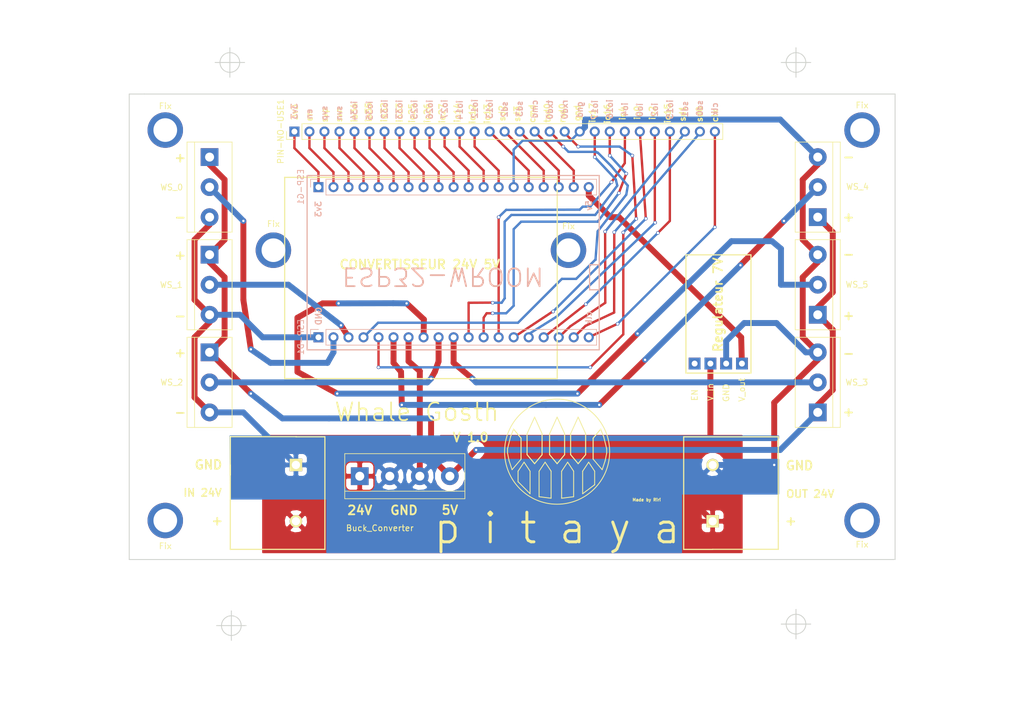
<source format=kicad_pcb>
(kicad_pcb (version 4) (host pcbnew 4.0.6)

  (general
    (links 58)
    (no_connects 0)
    (area 87.300999 42.596999 216.991001 121.487001)
    (thickness 1.6)
    (drawings 122)
    (tracks 322)
    (zones 0)
    (modules 23)
    (nets 39)
  )

  (page A4)
  (layers
    (0 F.Cu signal)
    (31 B.Cu signal)
    (32 B.Adhes user)
    (33 F.Adhes user)
    (34 B.Paste user)
    (35 F.Paste user)
    (36 B.SilkS user)
    (37 F.SilkS user)
    (38 B.Mask user)
    (39 F.Mask user)
    (40 Dwgs.User user)
    (41 Cmts.User user)
    (42 Eco1.User user)
    (43 Eco2.User user)
    (44 Edge.Cuts user)
    (45 Margin user)
    (46 B.CrtYd user)
    (47 F.CrtYd user)
    (48 B.Fab user)
    (49 F.Fab user)
  )

  (setup
    (last_trace_width 0.4)
    (trace_clearance 0.2)
    (zone_clearance 1)
    (zone_45_only yes)
    (trace_min 0.2)
    (segment_width 0.2)
    (edge_width 0.15)
    (via_size 0.6)
    (via_drill 0.4)
    (via_min_size 0.4)
    (via_min_drill 0.3)
    (uvia_size 0.3)
    (uvia_drill 0.1)
    (uvias_allowed no)
    (uvia_min_size 0.2)
    (uvia_min_drill 0.1)
    (pcb_text_width 0.3)
    (pcb_text_size 1.5 1.5)
    (mod_edge_width 0.15)
    (mod_text_size 1 1)
    (mod_text_width 0.15)
    (pad_size 2 2)
    (pad_drill 1)
    (pad_to_mask_clearance 0.2)
    (aux_axis_origin 93.472 114.808)
    (visible_elements 7FFFFFFF)
    (pcbplotparams
      (layerselection 0x00030_80000001)
      (usegerberextensions false)
      (excludeedgelayer true)
      (linewidth 0.100000)
      (plotframeref false)
      (viasonmask false)
      (mode 1)
      (useauxorigin false)
      (hpglpennumber 1)
      (hpglpenspeed 20)
      (hpglpendiameter 15)
      (hpglpenoverlay 2)
      (psnegative false)
      (psa4output false)
      (plotreference true)
      (plotvalue true)
      (plotinvisibletext false)
      (padsonsilk false)
      (subtractmaskfromsilk false)
      (outputformat 1)
      (mirror false)
      (drillshape 1)
      (scaleselection 1)
      (outputdirectory ""))
  )

  (net 0 "")
  (net 1 +24V)
  (net 2 "Net-(Buck_converter1-Pad4)")
  (net 3 WS0)
  (net 4 WS1)
  (net 5 TXDO)
  (net 6 RXD0)
  (net 7 WS4)
  (net 8 GND)
  (net 9 WS5)
  (net 10 WS2)
  (net 11 WS3)
  (net 12 IO17)
  (net 13 IO16)
  (net 14 IO4)
  (net 15 IO0)
  (net 16 IO2)
  (net 17 IO15)
  (net 18 SD1)
  (net 19 3V3)
  (net 20 EN)
  (net 21 SVP)
  (net 22 SVN)
  (net 23 IO34)
  (net 24 IO35)
  (net 25 IO32)
  (net 26 IO33)
  (net 27 IO25)
  (net 28 IO26)
  (net 29 IO27)
  (net 30 IO14)
  (net 31 IO12)
  (net 32 IO13)
  (net 33 SD2)
  (net 34 SD3)
  (net 35 CMD)
  (net 36 SD0)
  (net 37 CLK)
  (net 38 "Net-(ESP-G1-Pad19)")

  (net_class Default "Ceci est la Netclass par défaut"
    (clearance 0.2)
    (trace_width 0.4)
    (via_dia 0.6)
    (via_drill 0.4)
    (uvia_dia 0.3)
    (uvia_drill 0.1)
    (add_net +24V)
    (add_net 3V3)
    (add_net CLK)
    (add_net CMD)
    (add_net EN)
    (add_net GND)
    (add_net IO0)
    (add_net IO12)
    (add_net IO13)
    (add_net IO14)
    (add_net IO15)
    (add_net IO16)
    (add_net IO17)
    (add_net IO2)
    (add_net IO25)
    (add_net IO26)
    (add_net IO27)
    (add_net IO32)
    (add_net IO33)
    (add_net IO34)
    (add_net IO35)
    (add_net IO4)
    (add_net "Net-(Buck_converter1-Pad4)")
    (add_net "Net-(ESP-G1-Pad19)")
    (add_net RXD0)
    (add_net SD0)
    (add_net SD1)
    (add_net SD2)
    (add_net SD3)
    (add_net SVN)
    (add_net SVP)
    (add_net TXDO)
    (add_net WS0)
    (add_net WS1)
    (add_net WS2)
    (add_net WS3)
    (add_net WS4)
    (add_net WS5)
  )

  (module Wire_Pads:SolderWirePad_single_2mmDrill (layer F.Cu) (tedit 5A7A00CE) (tstamp 5A799BE7)
    (at 111.76 69.088)
    (fp_text reference Fix (at 0 -4.445) (layer F.SilkS)
      (effects (font (size 1 1) (thickness 0.15)))
    )
    (fp_text value Fix (at 0 -4.445) (layer F.Fab)
      (effects (font (size 1 1) (thickness 0.15)))
    )
    (pad 1 thru_hole circle (at 0 0) (size 6 6) (drill 4) (layers *.Cu *.Mask))
  )

  (module Wire_Pads:SolderWirePad_single_2mmDrill (layer F.Cu) (tedit 5A7A0074) (tstamp 5A799BE3)
    (at 211.328 114.808)
    (fp_text reference Fix (at 0 4.064) (layer F.SilkS)
      (effects (font (size 1 1) (thickness 0.15)))
    )
    (fp_text value Fix (at 0 4.064) (layer F.Fab)
      (effects (font (size 1 1) (thickness 0.15)))
    )
    (pad 1 thru_hole circle (at 0 0) (size 6 6) (drill 4) (layers *.Cu *.Mask))
  )

  (module Wire_Pads:SolderWirePad_single_2mmDrill (layer F.Cu) (tedit 5A7A00F6) (tstamp 5A799BB0)
    (at 161.671 69.088)
    (fp_text reference Fix (at 0 -4.064) (layer F.SilkS)
      (effects (font (size 1 1) (thickness 0.15)))
    )
    (fp_text value Fix (at 0 -4.064) (layer F.Fab)
      (effects (font (size 1 1) (thickness 0.15)))
    )
    (pad 1 thru_hole circle (at 0 0) (size 6 6) (drill 4) (layers *.Cu *.Mask))
  )

  (module Connectors_Terminal_Blocks:TerminalBlock_bornier-4_P5.08mm (layer F.Cu) (tedit 5A7A2FD1) (tstamp 5A788B55)
    (at 126.365 107.315)
    (descr "simple 4-pin terminal block, pitch 5.08mm, revamped version of bornier4")
    (tags "terminal block bornier4")
    (path /5A786E13)
    (fp_text reference Buck_Converter (at 3.405 8.775 180) (layer F.SilkS)
      (effects (font (size 1 1) (thickness 0.15)))
    )
    (fp_text value "" (at 7.493 8.89) (layer F.Fab)
      (effects (font (size 1 1) (thickness 0.15)))
    )
    (fp_text user "" (at 7.62 0) (layer F.Fab)
      (effects (font (size 1 1) (thickness 0.15)))
    )
    (fp_line (start -2.48 2.55) (end 17.72 2.55) (layer F.Fab) (width 0.1))
    (fp_line (start -2.43 3.75) (end -2.48 3.75) (layer F.Fab) (width 0.1))
    (fp_line (start -2.48 3.75) (end -2.48 -3.75) (layer F.Fab) (width 0.1))
    (fp_line (start -2.48 -3.75) (end 17.72 -3.75) (layer F.Fab) (width 0.1))
    (fp_line (start 17.72 -3.75) (end 17.72 3.75) (layer F.Fab) (width 0.1))
    (fp_line (start 17.72 3.75) (end -2.43 3.75) (layer F.Fab) (width 0.1))
    (fp_line (start -2.54 -3.81) (end -2.54 3.81) (layer F.SilkS) (width 0.12))
    (fp_line (start 17.78 3.81) (end 17.78 -3.81) (layer F.SilkS) (width 0.12))
    (fp_line (start 17.78 2.54) (end -2.54 2.54) (layer F.SilkS) (width 0.12))
    (fp_line (start -2.54 -3.81) (end 17.78 -3.81) (layer F.SilkS) (width 0.12))
    (fp_line (start -2.54 3.81) (end 17.78 3.81) (layer F.SilkS) (width 0.12))
    (fp_line (start -2.73 -4) (end 17.97 -4) (layer F.CrtYd) (width 0.05))
    (fp_line (start -2.73 -4) (end -2.73 4) (layer F.CrtYd) (width 0.05))
    (fp_line (start 17.97 4) (end 17.97 -4) (layer F.CrtYd) (width 0.05))
    (fp_line (start 17.97 4) (end -2.73 4) (layer F.CrtYd) (width 0.05))
    (pad 2 thru_hole circle (at 5.08 0) (size 3 3) (drill 1.52) (layers *.Cu *.Mask)
      (net 8 GND))
    (pad 3 thru_hole circle (at 10.16 0) (size 3 3) (drill 1.52) (layers *.Cu *.Mask)
      (net 8 GND))
    (pad 1 thru_hole rect (at 0 0) (size 3 3) (drill 1.52) (layers *.Cu *.Mask)
      (net 1 +24V))
    (pad 4 thru_hole circle (at 15.24 0) (size 3 3) (drill 1.52) (layers *.Cu *.Mask)
      (net 2 "Net-(Buck_converter1-Pad4)"))
    (model ${KISYS3DMOD}/Terminal_Blocks.3dshapes/TerminalBlock_bornier-4_P5.08mm.wrl
      (at (xyz 0.3 0 0))
      (scale (xyz 1 1 1))
      (rotate (xyz 0 0 0))
    )
  )

  (module Socket_Strips:Socket_Strip_Straight_1x29_Pitch2.54mm (layer F.Cu) (tedit 58CD5447) (tstamp 5A78920C)
    (at 115.316 49.022 90)
    (descr "Through hole straight socket strip, 1x29, 2.54mm pitch, single row")
    (tags "Through hole socket strip THT 1x29 2.54mm single row")
    (path /5A78AB55)
    (fp_text reference PIN-NO-USE1 (at 0 -2.33 90) (layer F.SilkS)
      (effects (font (size 1 1) (thickness 0.15)))
    )
    (fp_text value PIN-NO-USE (at 0 73.45 90) (layer F.Fab)
      (effects (font (size 1 1) (thickness 0.15)))
    )
    (fp_line (start -1.27 -1.27) (end -1.27 72.39) (layer F.Fab) (width 0.1))
    (fp_line (start -1.27 72.39) (end 1.27 72.39) (layer F.Fab) (width 0.1))
    (fp_line (start 1.27 72.39) (end 1.27 -1.27) (layer F.Fab) (width 0.1))
    (fp_line (start 1.27 -1.27) (end -1.27 -1.27) (layer F.Fab) (width 0.1))
    (fp_line (start -1.33 1.27) (end -1.33 72.45) (layer F.SilkS) (width 0.12))
    (fp_line (start -1.33 72.45) (end 1.33 72.45) (layer F.SilkS) (width 0.12))
    (fp_line (start 1.33 72.45) (end 1.33 1.27) (layer F.SilkS) (width 0.12))
    (fp_line (start 1.33 1.27) (end -1.33 1.27) (layer F.SilkS) (width 0.12))
    (fp_line (start -1.33 0) (end -1.33 -1.33) (layer F.SilkS) (width 0.12))
    (fp_line (start -1.33 -1.33) (end 0 -1.33) (layer F.SilkS) (width 0.12))
    (fp_line (start -1.8 -1.8) (end -1.8 72.9) (layer F.CrtYd) (width 0.05))
    (fp_line (start -1.8 72.9) (end 1.8 72.9) (layer F.CrtYd) (width 0.05))
    (fp_line (start 1.8 72.9) (end 1.8 -1.8) (layer F.CrtYd) (width 0.05))
    (fp_line (start 1.8 -1.8) (end -1.8 -1.8) (layer F.CrtYd) (width 0.05))
    (fp_text user %R (at 0 -2.33 90) (layer F.Fab)
      (effects (font (size 1 1) (thickness 0.15)))
    )
    (pad 1 thru_hole rect (at 0 0 90) (size 1.7 1.7) (drill 1) (layers *.Cu *.Mask)
      (net 19 3V3))
    (pad 2 thru_hole oval (at 0 2.54 90) (size 1.7 1.7) (drill 1) (layers *.Cu *.Mask)
      (net 20 EN))
    (pad 3 thru_hole oval (at 0 5.08 90) (size 1.7 1.7) (drill 1) (layers *.Cu *.Mask)
      (net 21 SVP))
    (pad 4 thru_hole oval (at 0 7.62 90) (size 1.7 1.7) (drill 1) (layers *.Cu *.Mask)
      (net 22 SVN))
    (pad 5 thru_hole oval (at 0 10.16 90) (size 1.7 1.7) (drill 1) (layers *.Cu *.Mask)
      (net 23 IO34))
    (pad 6 thru_hole oval (at 0 12.7 90) (size 1.7 1.7) (drill 1) (layers *.Cu *.Mask)
      (net 24 IO35))
    (pad 7 thru_hole oval (at 0 15.24 90) (size 1.7 1.7) (drill 1) (layers *.Cu *.Mask)
      (net 25 IO32))
    (pad 8 thru_hole oval (at 0 17.78 90) (size 1.7 1.7) (drill 1) (layers *.Cu *.Mask)
      (net 26 IO33))
    (pad 9 thru_hole oval (at 0 20.32 90) (size 1.7 1.7) (drill 1) (layers *.Cu *.Mask)
      (net 27 IO25))
    (pad 10 thru_hole oval (at 0 22.86 90) (size 1.7 1.7) (drill 1) (layers *.Cu *.Mask)
      (net 28 IO26))
    (pad 11 thru_hole oval (at 0 25.4 90) (size 1.7 1.7) (drill 1) (layers *.Cu *.Mask)
      (net 29 IO27))
    (pad 12 thru_hole oval (at 0 27.94 90) (size 1.7 1.7) (drill 1) (layers *.Cu *.Mask)
      (net 30 IO14))
    (pad 13 thru_hole oval (at 0 30.48 90) (size 1.7 1.7) (drill 1) (layers *.Cu *.Mask)
      (net 31 IO12))
    (pad 14 thru_hole oval (at 0 33.02 90) (size 1.7 1.7) (drill 1) (layers *.Cu *.Mask)
      (net 32 IO13))
    (pad 15 thru_hole oval (at 0 35.56 90) (size 1.7 1.7) (drill 1) (layers *.Cu *.Mask)
      (net 33 SD2))
    (pad 16 thru_hole oval (at 0 38.1 90) (size 1.7 1.7) (drill 1) (layers *.Cu *.Mask)
      (net 34 SD3))
    (pad 17 thru_hole oval (at 0 40.64 90) (size 1.7 1.7) (drill 1) (layers *.Cu *.Mask)
      (net 35 CMD))
    (pad 18 thru_hole oval (at 0 43.18 90) (size 1.7 1.7) (drill 1) (layers *.Cu *.Mask)
      (net 5 TXDO))
    (pad 19 thru_hole oval (at 0 45.72 90) (size 1.7 1.7) (drill 1) (layers *.Cu *.Mask)
      (net 6 RXD0))
    (pad 20 thru_hole oval (at 0 48.26 90) (size 1.7 1.7) (drill 1) (layers *.Cu *.Mask)
      (net 8 GND))
    (pad 21 thru_hole oval (at 0 50.8 90) (size 1.7 1.7) (drill 1) (layers *.Cu *.Mask)
      (net 12 IO17))
    (pad 22 thru_hole oval (at 0 53.34 90) (size 1.7 1.7) (drill 1) (layers *.Cu *.Mask)
      (net 13 IO16))
    (pad 23 thru_hole oval (at 0 55.88 90) (size 1.7 1.7) (drill 1) (layers *.Cu *.Mask)
      (net 14 IO4))
    (pad 24 thru_hole oval (at 0 58.42 90) (size 1.7 1.7) (drill 1) (layers *.Cu *.Mask)
      (net 15 IO0))
    (pad 25 thru_hole oval (at 0 60.96 90) (size 1.7 1.7) (drill 1) (layers *.Cu *.Mask)
      (net 16 IO2))
    (pad 26 thru_hole oval (at 0 63.5 90) (size 1.7 1.7) (drill 1) (layers *.Cu *.Mask)
      (net 17 IO15))
    (pad 27 thru_hole oval (at 0 66.04 90) (size 1.7 1.7) (drill 1) (layers *.Cu *.Mask)
      (net 18 SD1))
    (pad 28 thru_hole oval (at 0 68.58 90) (size 1.7 1.7) (drill 1) (layers *.Cu *.Mask)
      (net 36 SD0))
    (pad 29 thru_hole oval (at 0 71.12 90) (size 1.7 1.7) (drill 1) (layers *.Cu *.Mask)
      (net 37 CLK))
    (model ${KISYS3DMOD}/Socket_Strips.3dshapes/Socket_Strip_Straight_1x29_Pitch2.54mm.wrl
      (at (xyz 0 -1.4 0))
      (scale (xyz 1 1 1))
      (rotate (xyz 0 0 270))
    )
  )

  (module Wire_Pads:SolderWirePad_single_2mmDrill (layer F.Cu) (tedit 5A7A008C) (tstamp 5A78ABAA)
    (at 211.328 48.768)
    (fp_text reference Fix (at 0 -4.191) (layer F.SilkS)
      (effects (font (size 1 1) (thickness 0.15)))
    )
    (fp_text value Fix (at 0 -4.191) (layer F.Fab)
      (effects (font (size 1 1) (thickness 0.15)))
    )
    (pad 1 thru_hole circle (at 0 0) (size 6 6) (drill 4) (layers *.Cu *.Mask))
  )

  (module Wire_Pads:SolderWirePad_single_2mmDrill (layer F.Cu) (tedit 5A7A00B3) (tstamp 5A78ABB4)
    (at 93.472 114.808)
    (fp_text reference Fix (at 0 4.318) (layer F.SilkS)
      (effects (font (size 1 1) (thickness 0.15)))
    )
    (fp_text value Fix (at 0 4.318) (layer F.Fab)
      (effects (font (size 1 1) (thickness 0.15)))
    )
    (pad 1 thru_hole circle (at 0 0) (size 6 6) (drill 4) (layers *.Cu *.Mask))
  )

  (module Wire_Pads:SolderWirePad_single_2mmDrill (layer F.Cu) (tedit 5A7A00A0) (tstamp 5A78ABC2)
    (at 93.472 48.768)
    (fp_text reference Fix (at 0 -4.064) (layer F.SilkS)
      (effects (font (size 1 1) (thickness 0.15)))
    )
    (fp_text value Fix (at 0 -4.064) (layer F.Fab)
      (effects (font (size 1 1) (thickness 0.15)))
    )
    (pad 1 thru_hole circle (at 0 0) (size 6 6) (drill 4) (layers *.Cu *.Mask))
  )

  (module Socket_Strips:Socket_Strip_Straight_1x19_Pitch2.54mm (layer B.Cu) (tedit 5A7A387C) (tstamp 5A78CE35)
    (at 119.38 83.82 270)
    (descr "Through hole straight socket strip, 1x19, 2.54mm pitch, single row")
    (tags "Through hole socket strip THT 1x19 2.54mm single row")
    (path /5A788AEB)
    (fp_text reference ESP-D1 (at -0.04 2.97 270) (layer B.SilkS)
      (effects (font (size 1 1) (thickness 0.15)) (justify mirror))
    )
    (fp_text value ESP32-D (at 0.0508 -48.6156 270) (layer B.Fab)
      (effects (font (size 1 1) (thickness 0.15)) (justify mirror))
    )
    (fp_line (start -1.27 1.27) (end -1.27 -46.99) (layer B.Fab) (width 0.1))
    (fp_line (start -1.27 -46.99) (end 1.27 -46.99) (layer B.Fab) (width 0.1))
    (fp_line (start 1.27 -46.99) (end 1.27 1.27) (layer B.Fab) (width 0.1))
    (fp_line (start 1.27 1.27) (end -1.27 1.27) (layer B.Fab) (width 0.1))
    (fp_line (start -1.33 -1.27) (end -1.33 -47.05) (layer B.SilkS) (width 0.12))
    (fp_line (start -1.33 -47.05) (end 1.33 -47.05) (layer B.SilkS) (width 0.12))
    (fp_line (start 1.33 -47.05) (end 1.33 -1.27) (layer B.SilkS) (width 0.12))
    (fp_line (start 1.33 -1.27) (end -1.33 -1.27) (layer B.SilkS) (width 0.12))
    (fp_line (start -1.33 0) (end -1.33 1.33) (layer B.SilkS) (width 0.12))
    (fp_line (start -1.33 1.33) (end 0 1.33) (layer B.SilkS) (width 0.12))
    (fp_line (start -1.8 1.8) (end -1.8 -47.5) (layer B.CrtYd) (width 0.05))
    (fp_line (start -1.8 -47.5) (end 1.8 -47.5) (layer B.CrtYd) (width 0.05))
    (fp_line (start 1.8 -47.5) (end 1.8 1.8) (layer B.CrtYd) (width 0.05))
    (fp_line (start 1.8 1.8) (end -1.8 1.8) (layer B.CrtYd) (width 0.05))
    (fp_text user %R (at -0.04 2.95 270) (layer B.Fab)
      (effects (font (size 1 1) (thickness 0.15)) (justify mirror))
    )
    (pad 1 thru_hole rect (at 0 0 270) (size 1.7 1.7) (drill 1) (layers *.Cu *.Mask)
      (net 8 GND))
    (pad 2 thru_hole oval (at 0 -2.54 270) (size 1.7 1.7) (drill 1) (layers *.Cu *.Mask)
      (net 3 WS0))
    (pad 3 thru_hole oval (at 0 -5.08 270) (size 1.7 1.7) (drill 1) (layers *.Cu *.Mask)
      (net 4 WS1))
    (pad 4 thru_hole oval (at 0 -7.62 270) (size 1.7 1.7) (drill 1) (layers *.Cu *.Mask)
      (net 5 TXDO))
    (pad 5 thru_hole oval (at 0 -10.16 270) (size 1.7 1.7) (drill 1) (layers *.Cu *.Mask)
      (net 6 RXD0))
    (pad 6 thru_hole oval (at 0 -12.7 270) (size 1.7 1.7) (drill 1) (layers *.Cu *.Mask)
      (net 7 WS4))
    (pad 7 thru_hole oval (at 0 -15.24 270) (size 1.7 1.7) (drill 1) (layers *.Cu *.Mask)
      (net 8 GND))
    (pad 8 thru_hole oval (at 0 -17.78 270) (size 1.7 1.7) (drill 1) (layers *.Cu *.Mask)
      (net 9 WS5))
    (pad 9 thru_hole oval (at 0 -20.32 270) (size 1.7 1.7) (drill 1) (layers *.Cu *.Mask)
      (net 10 WS2))
    (pad 10 thru_hole oval (at 0 -22.86 270) (size 1.7 1.7) (drill 1) (layers *.Cu *.Mask)
      (net 11 WS3))
    (pad 11 thru_hole oval (at 0 -25.4 270) (size 1.7 1.7) (drill 1) (layers *.Cu *.Mask)
      (net 12 IO17))
    (pad 12 thru_hole oval (at 0 -27.94 270) (size 1.7 1.7) (drill 1) (layers *.Cu *.Mask)
      (net 13 IO16))
    (pad 13 thru_hole oval (at 0 -30.48 270) (size 1.7 1.7) (drill 1) (layers *.Cu *.Mask)
      (net 14 IO4))
    (pad 14 thru_hole oval (at 0 -33.02 270) (size 1.7 1.7) (drill 1) (layers *.Cu *.Mask)
      (net 15 IO0))
    (pad 15 thru_hole oval (at 0 -35.56 270) (size 1.7 1.7) (drill 1) (layers *.Cu *.Mask)
      (net 16 IO2))
    (pad 16 thru_hole oval (at 0 -38.1 270) (size 1.7 1.7) (drill 1) (layers *.Cu *.Mask)
      (net 17 IO15))
    (pad 17 thru_hole oval (at 0 -40.64 270) (size 1.7 1.7) (drill 1) (layers *.Cu *.Mask)
      (net 18 SD1))
    (pad 18 thru_hole oval (at 0 -43.18 270) (size 1.7 1.7) (drill 1) (layers *.Cu *.Mask)
      (net 36 SD0))
    (pad 19 thru_hole oval (at 0 -45.72 270) (size 1.7 1.7) (drill 1) (layers *.Cu *.Mask)
      (net 37 CLK))
    (model ${KISYS3DMOD}/Socket_Strips.3dshapes/Socket_Strip_Straight_1x19_Pitch2.54mm.wrl
      (at (xyz 0 -0.9 0))
      (scale (xyz 1 1 1))
      (rotate (xyz 0 0 270))
    )
  )

  (module Socket_Strips:Socket_Strip_Straight_1x19_Pitch2.54mm (layer B.Cu) (tedit 5A7A3882) (tstamp 5A78CE5B)
    (at 119.38 58.42 270)
    (descr "Through hole straight socket strip, 1x19, 2.54mm pitch, single row")
    (tags "Through hole socket strip THT 1x19 2.54mm single row")
    (path /5A788AA6)
    (fp_text reference ESP-G1 (at -0.04 2.99 270) (layer B.SilkS)
      (effects (font (size 1 1) (thickness 0.15)) (justify mirror))
    )
    (fp_text value ESP32-G (at 0.0254 -48.7934 270) (layer B.Fab)
      (effects (font (size 1 1) (thickness 0.15)) (justify mirror))
    )
    (fp_line (start -1.27 1.27) (end -1.27 -46.99) (layer B.Fab) (width 0.1))
    (fp_line (start -1.27 -46.99) (end 1.27 -46.99) (layer B.Fab) (width 0.1))
    (fp_line (start 1.27 -46.99) (end 1.27 1.27) (layer B.Fab) (width 0.1))
    (fp_line (start 1.27 1.27) (end -1.27 1.27) (layer B.Fab) (width 0.1))
    (fp_line (start -1.33 -1.27) (end -1.33 -47.05) (layer B.SilkS) (width 0.12))
    (fp_line (start -1.33 -47.05) (end 1.33 -47.05) (layer B.SilkS) (width 0.12))
    (fp_line (start 1.33 -47.05) (end 1.33 -1.27) (layer B.SilkS) (width 0.12))
    (fp_line (start 1.33 -1.27) (end -1.33 -1.27) (layer B.SilkS) (width 0.12))
    (fp_line (start -1.33 0) (end -1.33 1.33) (layer B.SilkS) (width 0.12))
    (fp_line (start -1.33 1.33) (end 0 1.33) (layer B.SilkS) (width 0.12))
    (fp_line (start -1.8 1.8) (end -1.8 -47.5) (layer B.CrtYd) (width 0.05))
    (fp_line (start -1.8 -47.5) (end 1.8 -47.5) (layer B.CrtYd) (width 0.05))
    (fp_line (start 1.8 -47.5) (end 1.8 1.8) (layer B.CrtYd) (width 0.05))
    (fp_line (start 1.8 1.8) (end -1.8 1.8) (layer B.CrtYd) (width 0.05))
    (fp_text user %R (at -0.02 2.99 270) (layer B.Fab)
      (effects (font (size 1 1) (thickness 0.15)) (justify mirror))
    )
    (pad 1 thru_hole rect (at 0 0 270) (size 1.7 1.7) (drill 1) (layers *.Cu *.Mask)
      (net 19 3V3))
    (pad 2 thru_hole oval (at 0 -2.54 270) (size 1.7 1.7) (drill 1) (layers *.Cu *.Mask)
      (net 20 EN))
    (pad 3 thru_hole oval (at 0 -5.08 270) (size 1.7 1.7) (drill 1) (layers *.Cu *.Mask)
      (net 21 SVP))
    (pad 4 thru_hole oval (at 0 -7.62 270) (size 1.7 1.7) (drill 1) (layers *.Cu *.Mask)
      (net 22 SVN))
    (pad 5 thru_hole oval (at 0 -10.16 270) (size 1.7 1.7) (drill 1) (layers *.Cu *.Mask)
      (net 23 IO34))
    (pad 6 thru_hole oval (at 0 -12.7 270) (size 1.7 1.7) (drill 1) (layers *.Cu *.Mask)
      (net 24 IO35))
    (pad 7 thru_hole oval (at 0 -15.24 270) (size 1.7 1.7) (drill 1) (layers *.Cu *.Mask)
      (net 25 IO32))
    (pad 8 thru_hole oval (at 0 -17.78 270) (size 1.7 1.7) (drill 1) (layers *.Cu *.Mask)
      (net 26 IO33))
    (pad 9 thru_hole oval (at 0 -20.32 270) (size 1.7 1.7) (drill 1) (layers *.Cu *.Mask)
      (net 27 IO25))
    (pad 10 thru_hole oval (at 0 -22.86 270) (size 1.7 1.7) (drill 1) (layers *.Cu *.Mask)
      (net 28 IO26))
    (pad 11 thru_hole oval (at 0 -25.4 270) (size 1.7 1.7) (drill 1) (layers *.Cu *.Mask)
      (net 29 IO27))
    (pad 12 thru_hole oval (at 0 -27.94 270) (size 1.7 1.7) (drill 1) (layers *.Cu *.Mask)
      (net 30 IO14))
    (pad 13 thru_hole oval (at 0 -30.48 270) (size 1.7 1.7) (drill 1) (layers *.Cu *.Mask)
      (net 31 IO12))
    (pad 14 thru_hole oval (at 0 -33.02 270) (size 1.7 1.7) (drill 1) (layers *.Cu *.Mask)
      (net 8 GND))
    (pad 15 thru_hole oval (at 0 -35.56 270) (size 1.7 1.7) (drill 1) (layers *.Cu *.Mask)
      (net 32 IO13))
    (pad 16 thru_hole oval (at 0 -38.1 270) (size 1.7 1.7) (drill 1) (layers *.Cu *.Mask)
      (net 33 SD2))
    (pad 17 thru_hole oval (at 0 -40.64 270) (size 1.7 1.7) (drill 1) (layers *.Cu *.Mask)
      (net 34 SD3))
    (pad 18 thru_hole oval (at 0 -43.18 270) (size 1.7 1.7) (drill 1) (layers *.Cu *.Mask)
      (net 35 CMD))
    (pad 19 thru_hole oval (at 0 -45.72 270) (size 1.7 1.7) (drill 1) (layers *.Cu *.Mask)
      (net 38 "Net-(ESP-G1-Pad19)"))
    (model ${KISYS3DMOD}/Socket_Strips.3dshapes/Socket_Strip_Straight_1x19_Pitch2.54mm.wrl
      (at (xyz 0 -0.9 0))
      (scale (xyz 1 1 1))
      (rotate (xyz 0 0 270))
    )
  )

  (module Connectors_Terminal_Blocks:TerminalBlock_bornier-3_P5.08mm (layer F.Cu) (tedit 5A7A15BE) (tstamp 5A7968A7)
    (at 100.965 53.34 270)
    (descr "simple 3-pin terminal block, pitch 5.08mm, revamped version of bornier3")
    (tags "terminal block bornier3")
    (path /5A796D5D)
    (fp_text reference WS_0 (at 5.11 6.415 360) (layer F.SilkS)
      (effects (font (size 1 1) (thickness 0.15)))
    )
    (fp_text value "" (at 5.334 7.874 270) (layer F.Fab)
      (effects (font (size 1 1) (thickness 0.15)))
    )
    (fp_text user "" (at 4.72 10.435 270) (layer F.Fab)
      (effects (font (size 1 1) (thickness 0.15)))
    )
    (fp_line (start -2.47 2.55) (end 12.63 2.55) (layer F.Fab) (width 0.1))
    (fp_line (start -2.47 -3.75) (end 12.63 -3.75) (layer F.Fab) (width 0.1))
    (fp_line (start 12.63 -3.75) (end 12.63 3.75) (layer F.Fab) (width 0.1))
    (fp_line (start 12.63 3.75) (end -2.47 3.75) (layer F.Fab) (width 0.1))
    (fp_line (start -2.47 3.75) (end -2.47 -3.75) (layer F.Fab) (width 0.1))
    (fp_line (start -2.54 3.81) (end -2.54 -3.81) (layer F.SilkS) (width 0.12))
    (fp_line (start 12.7 3.81) (end 12.7 -3.81) (layer F.SilkS) (width 0.12))
    (fp_line (start -2.54 2.54) (end 12.7 2.54) (layer F.SilkS) (width 0.12))
    (fp_line (start -2.54 -3.81) (end 12.7 -3.81) (layer F.SilkS) (width 0.12))
    (fp_line (start -2.54 3.81) (end 12.7 3.81) (layer F.SilkS) (width 0.12))
    (fp_line (start -2.72 -4) (end 12.88 -4) (layer F.CrtYd) (width 0.05))
    (fp_line (start -2.72 -4) (end -2.72 4) (layer F.CrtYd) (width 0.05))
    (fp_line (start 12.88 4) (end 12.88 -4) (layer F.CrtYd) (width 0.05))
    (fp_line (start 12.88 4) (end -2.72 4) (layer F.CrtYd) (width 0.05))
    (pad 1 thru_hole rect (at 0 0 270) (size 3 3) (drill 1.52) (layers *.Cu *.Mask)
      (net 2 "Net-(Buck_converter1-Pad4)"))
    (pad 2 thru_hole circle (at 5.08 0 270) (size 3 3) (drill 1.52) (layers *.Cu *.Mask)
      (net 3 WS0))
    (pad 3 thru_hole circle (at 10.16 0 270) (size 3 3) (drill 1.52) (layers *.Cu *.Mask)
      (net 8 GND))
    (model ${KISYS3DMOD}/Terminal_Blocks.3dshapes/TerminalBlock_bornier-3_P5.08mm.wrl
      (at (xyz 0.2 0 0))
      (scale (xyz 1 1 1))
      (rotate (xyz 0 0 0))
    )
  )

  (module Connectors_Terminal_Blocks:TerminalBlock_bornier-3_P5.08mm (layer F.Cu) (tedit 5A7A393A) (tstamp 5A7968BD)
    (at 100.965 69.85 270)
    (descr "simple 3-pin terminal block, pitch 5.08mm, revamped version of bornier3")
    (tags "terminal block bornier3")
    (path /5A796DAB)
    (fp_text reference WS_1 (at 5.1054 6.477 360) (layer F.SilkS)
      (effects (font (size 1 1) (thickness 0.15)))
    )
    (fp_text value "" (at 5.334 7.874 270) (layer F.Fab)
      (effects (font (size 1 1) (thickness 0.15)))
    )
    (fp_text user "" (at 4.86 8.105 270) (layer F.Fab)
      (effects (font (size 1 1) (thickness 0.15)))
    )
    (fp_line (start -2.47 2.55) (end 12.63 2.55) (layer F.Fab) (width 0.1))
    (fp_line (start -2.47 -3.75) (end 12.63 -3.75) (layer F.Fab) (width 0.1))
    (fp_line (start 12.63 -3.75) (end 12.63 3.75) (layer F.Fab) (width 0.1))
    (fp_line (start 12.63 3.75) (end -2.47 3.75) (layer F.Fab) (width 0.1))
    (fp_line (start -2.47 3.75) (end -2.47 -3.75) (layer F.Fab) (width 0.1))
    (fp_line (start -2.54 3.81) (end -2.54 -3.81) (layer F.SilkS) (width 0.12))
    (fp_line (start 12.7 3.81) (end 12.7 -3.81) (layer F.SilkS) (width 0.12))
    (fp_line (start -2.54 2.54) (end 12.7 2.54) (layer F.SilkS) (width 0.12))
    (fp_line (start -2.54 -3.81) (end 12.7 -3.81) (layer F.SilkS) (width 0.12))
    (fp_line (start -2.54 3.81) (end 12.7 3.81) (layer F.SilkS) (width 0.12))
    (fp_line (start -2.72 -4) (end 12.88 -4) (layer F.CrtYd) (width 0.05))
    (fp_line (start -2.72 -4) (end -2.72 4) (layer F.CrtYd) (width 0.05))
    (fp_line (start 12.88 4) (end 12.88 -4) (layer F.CrtYd) (width 0.05))
    (fp_line (start 12.88 4) (end -2.72 4) (layer F.CrtYd) (width 0.05))
    (pad 1 thru_hole rect (at 0 0 270) (size 3 3) (drill 1.52) (layers *.Cu *.Mask)
      (net 2 "Net-(Buck_converter1-Pad4)"))
    (pad 2 thru_hole circle (at 5.08 0 270) (size 3 3) (drill 1.52) (layers *.Cu *.Mask)
      (net 4 WS1))
    (pad 3 thru_hole circle (at 10.16 0 270) (size 3 3) (drill 1.52) (layers *.Cu *.Mask)
      (net 8 GND))
    (model ${KISYS3DMOD}/Terminal_Blocks.3dshapes/TerminalBlock_bornier-3_P5.08mm.wrl
      (at (xyz 0.2 0 0))
      (scale (xyz 1 1 1))
      (rotate (xyz 0 0 0))
    )
  )

  (module Connectors_Terminal_Blocks:TerminalBlock_bornier-3_P5.08mm (layer F.Cu) (tedit 5A7A3951) (tstamp 5A7968D3)
    (at 100.965 86.36 270)
    (descr "simple 3-pin terminal block, pitch 5.08mm, revamped version of bornier3")
    (tags "terminal block bornier3")
    (path /5A796DE4)
    (fp_text reference WS_2 (at 5.08 6.4008 360) (layer F.SilkS)
      (effects (font (size 1 1) (thickness 0.15)))
    )
    (fp_text value "" (at 5.334 7.747 270) (layer F.Fab)
      (effects (font (size 1 1) (thickness 0.15)))
    )
    (fp_text user "" (at 4.63 8.955 270) (layer F.Fab)
      (effects (font (size 1 1) (thickness 0.15)))
    )
    (fp_line (start -2.47 2.55) (end 12.63 2.55) (layer F.Fab) (width 0.1))
    (fp_line (start -2.47 -3.75) (end 12.63 -3.75) (layer F.Fab) (width 0.1))
    (fp_line (start 12.63 -3.75) (end 12.63 3.75) (layer F.Fab) (width 0.1))
    (fp_line (start 12.63 3.75) (end -2.47 3.75) (layer F.Fab) (width 0.1))
    (fp_line (start -2.47 3.75) (end -2.47 -3.75) (layer F.Fab) (width 0.1))
    (fp_line (start -2.54 3.81) (end -2.54 -3.81) (layer F.SilkS) (width 0.12))
    (fp_line (start 12.7 3.81) (end 12.7 -3.81) (layer F.SilkS) (width 0.12))
    (fp_line (start -2.54 2.54) (end 12.7 2.54) (layer F.SilkS) (width 0.12))
    (fp_line (start -2.54 -3.81) (end 12.7 -3.81) (layer F.SilkS) (width 0.12))
    (fp_line (start -2.54 3.81) (end 12.7 3.81) (layer F.SilkS) (width 0.12))
    (fp_line (start -2.72 -4) (end 12.88 -4) (layer F.CrtYd) (width 0.05))
    (fp_line (start -2.72 -4) (end -2.72 4) (layer F.CrtYd) (width 0.05))
    (fp_line (start 12.88 4) (end 12.88 -4) (layer F.CrtYd) (width 0.05))
    (fp_line (start 12.88 4) (end -2.72 4) (layer F.CrtYd) (width 0.05))
    (pad 1 thru_hole rect (at 0 0 270) (size 3 3) (drill 1.52) (layers *.Cu *.Mask)
      (net 2 "Net-(Buck_converter1-Pad4)"))
    (pad 2 thru_hole circle (at 5.08 0 270) (size 3 3) (drill 1.52) (layers *.Cu *.Mask)
      (net 10 WS2))
    (pad 3 thru_hole circle (at 10.16 0 270) (size 3 3) (drill 1.52) (layers *.Cu *.Mask)
      (net 8 GND))
    (model ${KISYS3DMOD}/Terminal_Blocks.3dshapes/TerminalBlock_bornier-3_P5.08mm.wrl
      (at (xyz 0.2 0 0))
      (scale (xyz 1 1 1))
      (rotate (xyz 0 0 0))
    )
  )

  (module Connectors_Terminal_Blocks:TerminalBlock_bornier-3_P5.08mm (layer F.Cu) (tedit 5A7A1596) (tstamp 5A7968E9)
    (at 203.835 96.52 90)
    (descr "simple 3-pin terminal block, pitch 5.08mm, revamped version of bornier3")
    (tags "terminal block bornier3")
    (path /5A796E37)
    (fp_text reference WS_3 (at 5.08 6.595 180) (layer F.SilkS)
      (effects (font (size 1 1) (thickness 0.15)))
    )
    (fp_text value "" (at 5.08 8.763 90) (layer F.Fab)
      (effects (font (size 1 1) (thickness 0.15)))
    )
    (fp_text user "" (at 5.207 11.049 90) (layer F.Fab)
      (effects (font (size 1 1) (thickness 0.15)))
    )
    (fp_line (start -2.47 2.55) (end 12.63 2.55) (layer F.Fab) (width 0.1))
    (fp_line (start -2.47 -3.75) (end 12.63 -3.75) (layer F.Fab) (width 0.1))
    (fp_line (start 12.63 -3.75) (end 12.63 3.75) (layer F.Fab) (width 0.1))
    (fp_line (start 12.63 3.75) (end -2.47 3.75) (layer F.Fab) (width 0.1))
    (fp_line (start -2.47 3.75) (end -2.47 -3.75) (layer F.Fab) (width 0.1))
    (fp_line (start -2.54 3.81) (end -2.54 -3.81) (layer F.SilkS) (width 0.12))
    (fp_line (start 12.7 3.81) (end 12.7 -3.81) (layer F.SilkS) (width 0.12))
    (fp_line (start -2.54 2.54) (end 12.7 2.54) (layer F.SilkS) (width 0.12))
    (fp_line (start -2.54 -3.81) (end 12.7 -3.81) (layer F.SilkS) (width 0.12))
    (fp_line (start -2.54 3.81) (end 12.7 3.81) (layer F.SilkS) (width 0.12))
    (fp_line (start -2.72 -4) (end 12.88 -4) (layer F.CrtYd) (width 0.05))
    (fp_line (start -2.72 -4) (end -2.72 4) (layer F.CrtYd) (width 0.05))
    (fp_line (start 12.88 4) (end 12.88 -4) (layer F.CrtYd) (width 0.05))
    (fp_line (start 12.88 4) (end -2.72 4) (layer F.CrtYd) (width 0.05))
    (pad 1 thru_hole rect (at 0 0 90) (size 3 3) (drill 1.52) (layers *.Cu *.Mask)
      (net 2 "Net-(Buck_converter1-Pad4)"))
    (pad 2 thru_hole circle (at 5.08 0 90) (size 3 3) (drill 1.52) (layers *.Cu *.Mask)
      (net 11 WS3))
    (pad 3 thru_hole circle (at 10.16 0 90) (size 3 3) (drill 1.52) (layers *.Cu *.Mask)
      (net 8 GND))
    (model ${KISYS3DMOD}/Terminal_Blocks.3dshapes/TerminalBlock_bornier-3_P5.08mm.wrl
      (at (xyz 0.2 0 0))
      (scale (xyz 1 1 1))
      (rotate (xyz 0 0 0))
    )
  )

  (module Connectors_Terminal_Blocks:TerminalBlock_bornier-3_P5.08mm (layer F.Cu) (tedit 5A7A1582) (tstamp 5A7968FF)
    (at 203.835 63.5 90)
    (descr "simple 3-pin terminal block, pitch 5.08mm, revamped version of bornier3")
    (tags "terminal block bornier3")
    (path /5A796E70)
    (fp_text reference WS_4 (at 5.16 6.725 180) (layer F.SilkS)
      (effects (font (size 1 1) (thickness 0.15)))
    )
    (fp_text value "" (at 4.572 8.763 90) (layer F.Fab)
      (effects (font (size 1 1) (thickness 0.15)))
    )
    (fp_text user "" (at 6.08 -6.835 90) (layer F.Fab)
      (effects (font (size 1 1) (thickness 0.15)))
    )
    (fp_line (start -2.47 2.55) (end 12.63 2.55) (layer F.Fab) (width 0.1))
    (fp_line (start -2.47 -3.75) (end 12.63 -3.75) (layer F.Fab) (width 0.1))
    (fp_line (start 12.63 -3.75) (end 12.63 3.75) (layer F.Fab) (width 0.1))
    (fp_line (start 12.63 3.75) (end -2.47 3.75) (layer F.Fab) (width 0.1))
    (fp_line (start -2.47 3.75) (end -2.47 -3.75) (layer F.Fab) (width 0.1))
    (fp_line (start -2.54 3.81) (end -2.54 -3.81) (layer F.SilkS) (width 0.12))
    (fp_line (start 12.7 3.81) (end 12.7 -3.81) (layer F.SilkS) (width 0.12))
    (fp_line (start -2.54 2.54) (end 12.7 2.54) (layer F.SilkS) (width 0.12))
    (fp_line (start -2.54 -3.81) (end 12.7 -3.81) (layer F.SilkS) (width 0.12))
    (fp_line (start -2.54 3.81) (end 12.7 3.81) (layer F.SilkS) (width 0.12))
    (fp_line (start -2.72 -4) (end 12.88 -4) (layer F.CrtYd) (width 0.05))
    (fp_line (start -2.72 -4) (end -2.72 4) (layer F.CrtYd) (width 0.05))
    (fp_line (start 12.88 4) (end 12.88 -4) (layer F.CrtYd) (width 0.05))
    (fp_line (start 12.88 4) (end -2.72 4) (layer F.CrtYd) (width 0.05))
    (pad 1 thru_hole rect (at 0 0 90) (size 3 3) (drill 1.52) (layers *.Cu *.Mask)
      (net 2 "Net-(Buck_converter1-Pad4)"))
    (pad 2 thru_hole circle (at 5.08 0 90) (size 3 3) (drill 1.52) (layers *.Cu *.Mask)
      (net 7 WS4))
    (pad 3 thru_hole circle (at 10.16 0 90) (size 3 3) (drill 1.52) (layers *.Cu *.Mask)
      (net 8 GND))
    (model ${KISYS3DMOD}/Terminal_Blocks.3dshapes/TerminalBlock_bornier-3_P5.08mm.wrl
      (at (xyz 0.2 0 0))
      (scale (xyz 1 1 1))
      (rotate (xyz 0 0 0))
    )
  )

  (module Connectors_Terminal_Blocks:TerminalBlock_bornier-3_P5.08mm (layer F.Cu) (tedit 5A7A158D) (tstamp 5A796915)
    (at 203.835 80.01 90)
    (descr "simple 3-pin terminal block, pitch 5.08mm, revamped version of bornier3")
    (tags "terminal block bornier3")
    (path /5A796ED1)
    (fp_text reference WS_5 (at 5.11 6.625 180) (layer F.SilkS)
      (effects (font (size 1 1) (thickness 0.15)))
    )
    (fp_text value "" (at 4.699 8.763 90) (layer F.Fab)
      (effects (font (size 1 1) (thickness 0.15)))
    )
    (fp_text user "" (at 4.445 11.684 90) (layer F.Fab)
      (effects (font (size 1 1) (thickness 0.15)))
    )
    (fp_line (start -2.47 2.55) (end 12.63 2.55) (layer F.Fab) (width 0.1))
    (fp_line (start -2.47 -3.75) (end 12.63 -3.75) (layer F.Fab) (width 0.1))
    (fp_line (start 12.63 -3.75) (end 12.63 3.75) (layer F.Fab) (width 0.1))
    (fp_line (start 12.63 3.75) (end -2.47 3.75) (layer F.Fab) (width 0.1))
    (fp_line (start -2.47 3.75) (end -2.47 -3.75) (layer F.Fab) (width 0.1))
    (fp_line (start -2.54 3.81) (end -2.54 -3.81) (layer F.SilkS) (width 0.12))
    (fp_line (start 12.7 3.81) (end 12.7 -3.81) (layer F.SilkS) (width 0.12))
    (fp_line (start -2.54 2.54) (end 12.7 2.54) (layer F.SilkS) (width 0.12))
    (fp_line (start -2.54 -3.81) (end 12.7 -3.81) (layer F.SilkS) (width 0.12))
    (fp_line (start -2.54 3.81) (end 12.7 3.81) (layer F.SilkS) (width 0.12))
    (fp_line (start -2.72 -4) (end 12.88 -4) (layer F.CrtYd) (width 0.05))
    (fp_line (start -2.72 -4) (end -2.72 4) (layer F.CrtYd) (width 0.05))
    (fp_line (start 12.88 4) (end 12.88 -4) (layer F.CrtYd) (width 0.05))
    (fp_line (start 12.88 4) (end -2.72 4) (layer F.CrtYd) (width 0.05))
    (pad 1 thru_hole rect (at 0 0 90) (size 3 3) (drill 1.52) (layers *.Cu *.Mask)
      (net 2 "Net-(Buck_converter1-Pad4)"))
    (pad 2 thru_hole circle (at 5.08 0 90) (size 3 3) (drill 1.52) (layers *.Cu *.Mask)
      (net 9 WS5))
    (pad 3 thru_hole circle (at 10.16 0 90) (size 3 3) (drill 1.52) (layers *.Cu *.Mask)
      (net 8 GND))
    (model ${KISYS3DMOD}/Terminal_Blocks.3dshapes/TerminalBlock_bornier-3_P5.08mm.wrl
      (at (xyz 0.2 0 0))
      (scale (xyz 1 1 1))
      (rotate (xyz 0 0 0))
    )
  )

  (module SHDR2W120P0X952_1X2_1904X1600X2150P (layer F.Cu) (tedit 5A7A140C) (tstamp 5A797244)
    (at 115.57 105.41 270)
    (descr 1902547)
    (tags Connector)
    (path /5A7992A1)
    (fp_text reference "IN 24V" (at 4.7 15.79 360) (layer F.SilkS)
      (effects (font (size 1.27 1.27) (thickness 0.254)))
    )
    (fp_text value 1902547 (at 4.445 8.255 270) (layer F.SilkS) hide
      (effects (font (size 1.27 1.27) (thickness 0.254)))
    )
    (fp_line (start -5.01 11.35) (end -5.01 -5.15) (layer Dwgs.User) (width 0.05))
    (fp_line (start -5.01 -5.15) (end 14.53 -5.15) (layer Dwgs.User) (width 0.05))
    (fp_line (start 14.53 -5.15) (end 14.53 11.35) (layer Dwgs.User) (width 0.05))
    (fp_line (start 14.53 11.35) (end -5.01 11.35) (layer Dwgs.User) (width 0.05))
    (fp_line (start -4.76 11.1) (end -4.76 -4.9) (layer Dwgs.User) (width 0.1))
    (fp_line (start -4.76 -4.9) (end 14.28 -4.9) (layer Dwgs.User) (width 0.1))
    (fp_line (start 14.28 -4.9) (end 14.28 11.1) (layer Dwgs.User) (width 0.1))
    (fp_line (start 14.28 11.1) (end -4.76 11.1) (layer Dwgs.User) (width 0.1))
    (fp_line (start 0 11.1) (end 14.28 11.1) (layer F.SilkS) (width 0.2))
    (fp_line (start 14.28 11.1) (end 14.28 -4.9) (layer F.SilkS) (width 0.2))
    (fp_line (start 14.28 -4.9) (end -4.76 -4.9) (layer F.SilkS) (width 0.2))
    (fp_line (start -4.76 -4.9) (end -4.76 0) (layer F.SilkS) (width 0.2))
    (pad 1 thru_hole rect (at 0 0) (size 2.1 2.1) (drill 1.4) (layers *.Cu *.Mask F.SilkS)
      (net 8 GND))
    (pad 2 thru_hole circle (at 9.52 0) (size 2.1 2.1) (drill 1.4) (layers *.Cu *.Mask F.SilkS)
      (net 1 +24V))
  )

  (module SHDR2W120P0X952_1X2_1904X1600X2150P (layer F.Cu) (tedit 5A7A1403) (tstamp 5A797256)
    (at 186.055 114.935 90)
    (descr 1902547)
    (tags Connector)
    (path /5A799224)
    (fp_text reference "OUT 24V" (at 4.625 16.515 180) (layer F.SilkS)
      (effects (font (size 1.27 1.27) (thickness 0.254)))
    )
    (fp_text value 1902547 (at 5.08 6.985 90) (layer F.SilkS) hide
      (effects (font (size 1.27 1.27) (thickness 0.254)))
    )
    (fp_line (start -5.01 11.35) (end -5.01 -5.15) (layer Dwgs.User) (width 0.05))
    (fp_line (start -5.01 -5.15) (end 14.53 -5.15) (layer Dwgs.User) (width 0.05))
    (fp_line (start 14.53 -5.15) (end 14.53 11.35) (layer Dwgs.User) (width 0.05))
    (fp_line (start 14.53 11.35) (end -5.01 11.35) (layer Dwgs.User) (width 0.05))
    (fp_line (start -4.76 11.1) (end -4.76 -4.9) (layer Dwgs.User) (width 0.1))
    (fp_line (start -4.76 -4.9) (end 14.28 -4.9) (layer Dwgs.User) (width 0.1))
    (fp_line (start 14.28 -4.9) (end 14.28 11.1) (layer Dwgs.User) (width 0.1))
    (fp_line (start 14.28 11.1) (end -4.76 11.1) (layer Dwgs.User) (width 0.1))
    (fp_line (start 0 11.1) (end 14.28 11.1) (layer F.SilkS) (width 0.2))
    (fp_line (start 14.28 11.1) (end 14.28 -4.9) (layer F.SilkS) (width 0.2))
    (fp_line (start 14.28 -4.9) (end -4.76 -4.9) (layer F.SilkS) (width 0.2))
    (fp_line (start -4.76 -4.9) (end -4.76 0) (layer F.SilkS) (width 0.2))
    (pad 1 thru_hole rect (at 0 0 180) (size 2.1 2.1) (drill 1.4) (layers *.Cu *.Mask F.SilkS)
      (net 1 +24V))
    (pad 2 thru_hole circle (at 9.52 0 180) (size 2.1 2.1) (drill 1.4) (layers *.Cu *.Mask F.SilkS)
      (net 8 GND))
  )

  (module Wire_Pads:SolderWirePad_single_2mmDrill (layer F.Cu) (tedit 5A7A0E2E) (tstamp 5A7A0CD7)
    (at 183.007 88.265)
    (path /5A7A0F0C)
    (fp_text reference EN (at 0 5.334 90) (layer F.SilkS)
      (effects (font (size 1 1) (thickness 0.15)))
    )
    (fp_text value "" (at -0.635 3.81) (layer Dwgs.User) hide
      (effects (font (size 1 1) (thickness 0.15)))
    )
    (pad 1 thru_hole rect (at 0 0) (size 2 2) (drill 1) (layers *.Cu *.Mask))
  )

  (module Wire_Pads:SolderWirePad_single_2mmDrill (layer F.Cu) (tedit 5A7A0E33) (tstamp 5A7A0CDC)
    (at 185.674 88.265)
    (path /5A7A0FD5)
    (fp_text reference V_in (at 0 4.826 90) (layer F.SilkS)
      (effects (font (size 1 1) (thickness 0.15)))
    )
    (fp_text value "" (at -0.635 3.81) (layer F.Fab)
      (effects (font (size 1 1) (thickness 0.15)))
    )
    (pad 1 thru_hole rect (at 0 0) (size 2 2) (drill 1) (layers *.Cu *.Mask)
      (net 1 +24V))
  )

  (module Wire_Pads:SolderWirePad_single_2mmDrill (layer F.Cu) (tedit 5A7A0E38) (tstamp 5A7A0CE1)
    (at 188.341 88.265)
    (path /5A7A101A)
    (fp_text reference GND (at 0 4.953 90) (layer F.SilkS)
      (effects (font (size 1 1) (thickness 0.15)))
    )
    (fp_text value "" (at -0.635 3.81) (layer F.Fab)
      (effects (font (size 1 1) (thickness 0.15)))
    )
    (pad 1 thru_hole rect (at 0 0) (size 2 2) (drill 1) (layers *.Cu *.Mask)
      (net 8 GND))
  )

  (module Wire_Pads:SolderWirePad_single_2mmDrill (layer F.Cu) (tedit 5A7A0E41) (tstamp 5A7A0CE6)
    (at 191.008 88.265)
    (path /5A7A1059)
    (fp_text reference V_out (at 0 4.445 90) (layer F.SilkS)
      (effects (font (size 1 1) (thickness 0.15)))
    )
    (fp_text value "" (at -0.635 3.81) (layer F.Fab)
      (effects (font (size 1 1) (thickness 0.15)))
    )
    (pad 1 thru_hole rect (at 0 0) (size 2 2) (drill 1) (layers *.Cu *.Mask)
      (net 38 "Net-(ESP-G1-Pad19)"))
  )

  (module riri:logo_pitaya (layer F.Cu) (tedit 59BA94B0) (tstamp 5A7A239E)
    (at 159.75 102.15)
    (fp_text reference "" (at 0 22.86) (layer F.SilkS)
      (effects (font (size 1 1) (thickness 0.15)))
    )
    (fp_text value logo_pitaya (at 0 21.59) (layer F.Fab)
      (effects (font (size 1 1) (thickness 0.15)))
    )
    (fp_line (start 2.286 -2.032) (end 3.556 -4.826) (layer F.SilkS) (width 0.15))
    (fp_line (start 3.556 -4.826) (end 4.826 -2.032) (layer F.SilkS) (width 0.15))
    (fp_line (start -1.27 -2.032) (end 0 -4.826) (layer F.SilkS) (width 0.15))
    (fp_line (start 0 -4.826) (end 1.27 -2.032) (layer F.SilkS) (width 0.15))
    (fp_line (start -5.08 -2.032) (end -3.81 -4.826) (layer F.SilkS) (width 0.15))
    (fp_line (start -3.81 -4.826) (end -2.54 -2.032) (layer F.SilkS) (width 0.15))
    (fp_line (start -6.096 -1.27) (end -7.366 -2.794) (layer F.SilkS) (width 0.15))
    (fp_line (start -6.096 2.286) (end -6.096 -1.27) (layer F.SilkS) (width 0.15))
    (fp_line (start -6.096 2.286) (end -6.096 -1.27) (layer F.SilkS) (width 0.15))
    (fp_line (start -6.096 -1.27) (end -7.366 -2.794) (layer F.SilkS) (width 0.15))
    (fp_line (start -7.62 4.064) (end -6.096 2.286) (layer F.SilkS) (width 0.15))
    (fp_line (start -8.128 2.54) (end -7.62 4.064) (layer F.SilkS) (width 0.15))
    (fp_line (start -8.382 1.27) (end -8.128 2.54) (layer F.SilkS) (width 0.15))
    (fp_line (start -8.382 0.508) (end -8.382 1.27) (layer F.SilkS) (width 0.15))
    (fp_line (start -7.874 -1.524) (end -8.382 0.508) (layer F.SilkS) (width 0.15))
    (fp_line (start -7.366 -2.794) (end -7.874 -1.524) (layer F.SilkS) (width 0.15))
    (fp_line (start 7.366 -2.794) (end 7.874 -1.524) (layer F.SilkS) (width 0.15))
    (fp_line (start 7.874 -1.524) (end 8.382 0.508) (layer F.SilkS) (width 0.15))
    (fp_line (start 8.382 0.508) (end 8.382 1.27) (layer F.SilkS) (width 0.15))
    (fp_line (start 8.382 1.27) (end 8.128 2.54) (layer F.SilkS) (width 0.15))
    (fp_line (start 8.128 2.54) (end 7.62 4.064) (layer F.SilkS) (width 0.15))
    (fp_line (start 7.62 4.064) (end 6.096 2.286) (layer F.SilkS) (width 0.15))
    (fp_line (start 6.096 -1.27) (end 7.366 -2.794) (layer F.SilkS) (width 0.15))
    (fp_line (start 6.096 2.286) (end 6.096 -1.27) (layer F.SilkS) (width 0.15))
    (fp_line (start 6.096 2.286) (end 6.096 -1.27) (layer F.SilkS) (width 0.15))
    (fp_line (start 6.096 -1.27) (end 7.366 -2.794) (layer F.SilkS) (width 0.15))
    (fp_line (start -6.604 4.318) (end -6.604 6.096) (layer F.SilkS) (width 0.15))
    (fp_line (start -6.604 6.096) (end -4.572 8.128) (layer F.SilkS) (width 0.15))
    (fp_line (start -4.572 8.128) (end -4.572 4.318) (layer F.SilkS) (width 0.15))
    (fp_line (start 4.318 4.318) (end 4.318 8.128) (layer F.SilkS) (width 0.15))
    (fp_line (start 4.318 8.128) (end 6.35 6.604) (layer F.SilkS) (width 0.15))
    (fp_line (start 6.35 6.604) (end 6.35 4.318) (layer F.SilkS) (width 0.15))
    (fp_line (start -5.588 2.794) (end -6.604 4.318) (layer F.SilkS) (width 0.15))
    (fp_line (start -4.572 4.318) (end -5.588 2.794) (layer F.SilkS) (width 0.15))
    (fp_line (start 5.334 2.794) (end 6.35 4.318) (layer F.SilkS) (width 0.15))
    (fp_line (start 4.318 4.318) (end 5.334 2.794) (layer F.SilkS) (width 0.15))
    (fp_circle (center 0 1.016) (end 4.572 8.636) (layer F.SilkS) (width 0.15))
    (fp_line (start -2.54 1.524) (end -3.81 3.048) (layer F.SilkS) (width 0.15))
    (fp_line (start -2.54 -2.032) (end -2.54 1.524) (layer F.SilkS) (width 0.15))
    (fp_line (start -5.08 1.524) (end -5.08 -2.032) (layer F.SilkS) (width 0.15))
    (fp_line (start -3.81 3.048) (end -5.08 1.524) (layer F.SilkS) (width 0.15))
    (fp_line (start -3.81 3.048) (end -5.08 1.524) (layer F.SilkS) (width 0.15))
    (fp_line (start -5.08 1.524) (end -5.08 -2.032) (layer F.SilkS) (width 0.15))
    (fp_line (start -2.54 -2.032) (end -2.54 1.524) (layer F.SilkS) (width 0.15))
    (fp_line (start -2.54 1.524) (end -3.81 3.048) (layer F.SilkS) (width 0.15))
    (fp_line (start 4.826 1.524) (end 3.556 3.048) (layer F.SilkS) (width 0.15))
    (fp_line (start 4.826 -2.032) (end 4.826 1.524) (layer F.SilkS) (width 0.15))
    (fp_line (start 2.286 1.524) (end 2.286 -2.032) (layer F.SilkS) (width 0.15))
    (fp_line (start 3.556 3.048) (end 2.286 1.524) (layer F.SilkS) (width 0.15))
    (fp_line (start 3.556 3.048) (end 2.286 1.524) (layer F.SilkS) (width 0.15))
    (fp_line (start 2.286 1.524) (end 2.286 -2.032) (layer F.SilkS) (width 0.15))
    (fp_line (start 4.826 -2.032) (end 4.826 1.524) (layer F.SilkS) (width 0.15))
    (fp_line (start 4.826 1.524) (end 3.556 3.048) (layer F.SilkS) (width 0.15))
    (fp_line (start 1.27 1.524) (end 0 3.048) (layer F.SilkS) (width 0.15))
    (fp_line (start 1.27 -2.032) (end 1.27 1.524) (layer F.SilkS) (width 0.15))
    (fp_line (start -1.27 1.524) (end -1.27 -2.032) (layer F.SilkS) (width 0.15))
    (fp_line (start 0 3.048) (end -1.27 1.524) (layer F.SilkS) (width 0.15))
    (fp_line (start 0.762 8.89) (end 0.762 4.318) (layer F.SilkS) (width 0.15))
    (fp_line (start 0.762 4.318) (end 1.778 2.794) (layer F.SilkS) (width 0.15))
    (fp_line (start 1.778 2.794) (end 2.794 4.318) (layer F.SilkS) (width 0.15))
    (fp_line (start 2.794 4.318) (end 2.794 8.636) (layer F.SilkS) (width 0.15))
    (fp_line (start 2.794 8.636) (end 0.762 8.89) (layer F.SilkS) (width 0.15))
    (fp_line (start 0 3.048) (end -1.27 1.524) (layer F.SilkS) (width 0.15))
    (fp_line (start -1.27 1.524) (end -1.27 -2.032) (layer F.SilkS) (width 0.15))
    (fp_line (start 1.27 -2.032) (end 1.27 1.524) (layer F.SilkS) (width 0.15))
    (fp_line (start 1.27 1.524) (end 0 3.048) (layer F.SilkS) (width 0.15))
    (fp_line (start -1.016 8.89) (end -1.016 4.318) (layer F.SilkS) (width 0.15))
    (fp_line (start -1.016 4.318) (end -2.032 2.794) (layer F.SilkS) (width 0.15))
    (fp_line (start -2.032 2.794) (end -3.048 4.318) (layer F.SilkS) (width 0.15))
    (fp_line (start -3.048 4.318) (end -3.048 8.636) (layer F.SilkS) (width 0.15))
    (fp_line (start -3.048 8.636) (end -1.016 8.89) (layer F.SilkS) (width 0.15))
    (fp_text user "p i t a y a" (at 0 13.97) (layer F.SilkS)
      (effects (font (size 5 5) (thickness 0.5)))
    )
  )

  (gr_text 3v3 (at 115.36 45.71 90) (layer F.SilkS)
    (effects (font (size 1 1) (thickness 0.2)))
  )
  (gr_text "Made by Riri" (at 174.9 111.31) (layer F.SilkS)
    (effects (font (size 0.5 0.5) (thickness 0.125)))
  )
  (gr_text "V 1.0" (at 145.12 100.75) (layer F.SilkS)
    (effects (font (size 1.5 1.5) (thickness 0.3)))
  )
  (gr_text "Whale Gosth" (at 136.02 96.46) (layer F.SilkS)
    (effects (font (size 3 3) (thickness 0.3)))
  )
  (gr_text 5V (at 141.62 113.04) (layer F.SilkS)
    (effects (font (size 1.5 1.5) (thickness 0.3)))
  )
  (gr_text GND (at 133.85 113.08) (layer F.SilkS)
    (effects (font (size 1.5 1.5) (thickness 0.3)))
  )
  (gr_text 24V (at 126.38 113.08) (layer F.SilkS)
    (effects (font (size 1.5 1.5) (thickness 0.3)))
  )
  (gr_text en (at 117.85 46.38 90) (layer F.SilkS) (tstamp 5A7A1EA8)
    (effects (font (size 1 1) (thickness 0.2)))
  )
  (gr_text svp (at 120.42 46.21 90) (layer F.SilkS) (tstamp 5A7A1EA7)
    (effects (font (size 1 1) (thickness 0.2)))
  )
  (gr_text svn (at 122.85 46.18 90) (layer F.SilkS) (tstamp 5A7A1EA6)
    (effects (font (size 1 1) (thickness 0.2)))
  )
  (gr_text io34 (at 125.45 45.79 90) (layer F.SilkS) (tstamp 5A7A1EA5)
    (effects (font (size 1 1) (thickness 0.2)))
  )
  (gr_text io35 (at 127.85 45.74 90) (layer F.SilkS) (tstamp 5A7A1EA4)
    (effects (font (size 1 1) (thickness 0.2)))
  )
  (gr_text io32 (at 130.48 45.77 90) (layer F.SilkS) (tstamp 5A7A1EA3)
    (effects (font (size 1 1) (thickness 0.2)))
  )
  (gr_text io33 (at 133.08 45.82 90) (layer F.SilkS) (tstamp 5A7A1EA2)
    (effects (font (size 1 1) (thickness 0.2)))
  )
  (gr_text io25 (at 135.2 45.91 90) (layer F.SilkS) (tstamp 5A7A1EA1)
    (effects (font (size 1 1) (thickness 0.2)))
  )
  (gr_text io26 (at 137.79 45.91 90) (layer F.SilkS) (tstamp 5A7A1EA0)
    (effects (font (size 1 1) (thickness 0.2)))
  )
  (gr_text io27 (at 140.3 45.95 90) (layer F.SilkS) (tstamp 5A7A1E9F)
    (effects (font (size 1 1) (thickness 0.2)))
  )
  (gr_text io14 (at 142.86 45.83 90) (layer F.SilkS) (tstamp 5A7A1E9E)
    (effects (font (size 1 1) (thickness 0.2)))
  )
  (gr_text io12 (at 145.41 46.02 90) (layer F.SilkS) (tstamp 5A7A1E9D)
    (effects (font (size 1 1) (thickness 0.2)))
  )
  (gr_text io13 (at 147.93 46 90) (layer F.SilkS) (tstamp 5A7A1E9C)
    (effects (font (size 1 1) (thickness 0.2)))
  )
  (gr_text sd2 (at 150.46 45.93 90) (layer F.SilkS) (tstamp 5A7A1E9B)
    (effects (font (size 1 1) (thickness 0.2)))
  )
  (gr_text sd3 (at 152.99 46.02 90) (layer F.SilkS) (tstamp 5A7A1E9A)
    (effects (font (size 1 1) (thickness 0.2)))
  )
  (gr_text cmd (at 155.54 45.98 90) (layer F.SilkS) (tstamp 5A7A1E99)
    (effects (font (size 1 1) (thickness 0.2)))
  )
  (gr_text txd0 (at 158.1 45.87 90) (layer F.SilkS) (tstamp 5A7A1E98)
    (effects (font (size 1 1) (thickness 0.2)))
  )
  (gr_text rxd0 (at 160.63 45.92 90) (layer F.SilkS) (tstamp 5A7A1E97)
    (effects (font (size 1 1) (thickness 0.2)))
  )
  (gr_text gnd (at 163.17 45.9 90) (layer F.SilkS) (tstamp 5A7A1E96)
    (effects (font (size 1 1) (thickness 0.2)))
  )
  (gr_text io17 (at 165.72 45.86 90) (layer F.SilkS) (tstamp 5A7A1E95)
    (effects (font (size 1 1) (thickness 0.2)))
  )
  (gr_text io16 (at 168.25 45.98 90) (layer F.SilkS) (tstamp 5A7A1E94)
    (effects (font (size 1 1) (thickness 0.2)))
  )
  (gr_text io4 (at 170.81 45.92 90) (layer F.SilkS) (tstamp 5A7A1E93)
    (effects (font (size 1 1) (thickness 0.2)))
  )
  (gr_text io0 (at 173.32 45.84 90) (layer F.SilkS) (tstamp 5A7A1E92)
    (effects (font (size 1 1) (thickness 0.2)))
  )
  (gr_text io2 (at 175.87 45.87 90) (layer F.SilkS) (tstamp 5A7A1E91)
    (effects (font (size 1 1) (thickness 0.2)))
  )
  (gr_text io15 (at 178.44 45.93 90) (layer F.SilkS) (tstamp 5A7A1E90)
    (effects (font (size 1 1) (thickness 0.2)))
  )
  (gr_text sd1 (at 180.97 45.98 90) (layer F.SilkS) (tstamp 5A7A1E8F)
    (effects (font (size 1 1) (thickness 0.2)))
  )
  (gr_text sd0 (at 183.84 46.07 90) (layer F.SilkS) (tstamp 5A7A1E8E)
    (effects (font (size 1 1) (thickness 0.2)))
  )
  (gr_text clk (at 186.45 46.31 90) (layer F.SilkS) (tstamp 5A7A1E8D)
    (effects (font (size 1 1) (thickness 0.2)))
  )
  (dimension 117.91 (width 0.3) (layer Dwgs.User)
    (gr_text "117,910 mm" (at 152.385 148.02) (layer Dwgs.User)
      (effects (font (size 1.5 1.5) (thickness 0.3)))
    )
    (feature1 (pts (xy 211.34 114.72) (xy 211.34 149.37)))
    (feature2 (pts (xy 93.43 114.72) (xy 93.43 149.37)))
    (crossbar (pts (xy 93.43 146.67) (xy 211.34 146.67)))
    (arrow1a (pts (xy 211.34 146.67) (xy 210.213496 147.256421)))
    (arrow1b (pts (xy 211.34 146.67) (xy 210.213496 146.083579)))
    (arrow2a (pts (xy 93.43 146.67) (xy 94.556504 147.256421)))
    (arrow2b (pts (xy 93.43 146.67) (xy 94.556504 146.083579)))
  )
  (gr_text clk (at 165.1 80.518 90) (layer B.SilkS)
    (effects (font (size 1 1) (thickness 0.2)) (justify mirror))
  )
  (gr_text 5v (at 165.13 61.55 90) (layer B.SilkS)
    (effects (font (size 1 1) (thickness 0.2)) (justify mirror))
  )
  (gr_text clk (at 186.42 45.22 90) (layer B.SilkS)
    (effects (font (size 1 1) (thickness 0.2)) (justify mirror))
  )
  (gr_text sd0 (at 183.87 45.08 90) (layer B.SilkS)
    (effects (font (size 1 1) (thickness 0.2)) (justify mirror))
  )
  (gr_text sd1 (at 181.37 45.23 90) (layer B.SilkS)
    (effects (font (size 1 1) (thickness 0.2)) (justify mirror))
  )
  (gr_text io15 (at 178.84 45.28 90) (layer B.SilkS)
    (effects (font (size 1 1) (thickness 0.2)) (justify mirror))
  )
  (gr_text io2 (at 176.27 45.34 90) (layer B.SilkS)
    (effects (font (size 1 1) (thickness 0.2)) (justify mirror))
  )
  (gr_text io0 (at 173.72 45.37 90) (layer B.SilkS)
    (effects (font (size 1 1) (thickness 0.2)) (justify mirror))
  )
  (gr_text io4 (at 171.21 45.29 90) (layer B.SilkS)
    (effects (font (size 1 1) (thickness 0.2)) (justify mirror))
  )
  (gr_text io16 (at 168.65 45.23 90) (layer B.SilkS)
    (effects (font (size 1 1) (thickness 0.2)) (justify mirror))
  )
  (gr_text io17 (at 166.12 45.35 90) (layer B.SilkS)
    (effects (font (size 1 1) (thickness 0.2)) (justify mirror))
  )
  (gr_text gnd (at 163.57 45.31 90) (layer B.SilkS)
    (effects (font (size 1 1) (thickness 0.2)) (justify mirror))
  )
  (gr_text rxd0 (at 161.03 45.29 90) (layer B.SilkS)
    (effects (font (size 1 1) (thickness 0.2)) (justify mirror))
  )
  (gr_text txd0 (at 158.5 45.34 90) (layer B.SilkS)
    (effects (font (size 1 1) (thickness 0.2)) (justify mirror))
  )
  (gr_text cmd (at 155.94 45.23 90) (layer B.SilkS)
    (effects (font (size 1 1) (thickness 0.2)) (justify mirror))
  )
  (gr_text sd3 (at 153.39 45.19 90) (layer B.SilkS)
    (effects (font (size 1 1) (thickness 0.2)) (justify mirror))
  )
  (gr_text sd2 (at 150.86 45.28 90) (layer B.SilkS)
    (effects (font (size 1 1) (thickness 0.2)) (justify mirror))
  )
  (gr_text io13 (at 148.33 45.21 90) (layer B.SilkS)
    (effects (font (size 1 1) (thickness 0.2)) (justify mirror))
  )
  (gr_text io12 (at 145.81 45.19 90) (layer B.SilkS)
    (effects (font (size 1 1) (thickness 0.2)) (justify mirror))
  )
  (gr_text io14 (at 143.26 45.38 90) (layer B.SilkS)
    (effects (font (size 1 1) (thickness 0.2)) (justify mirror))
  )
  (gr_text io27 (at 140.7 45.26 90) (layer B.SilkS)
    (effects (font (size 1 1) (thickness 0.2)) (justify mirror))
  )
  (gr_text io26 (at 138.19 45.3 90) (layer B.SilkS)
    (effects (font (size 1 1) (thickness 0.2)) (justify mirror))
  )
  (gr_text io25 (at 135.6 45.3 90) (layer B.SilkS)
    (effects (font (size 1 1) (thickness 0.2)) (justify mirror))
  )
  (gr_text io33 (at 133.05 45.3 90) (layer B.SilkS)
    (effects (font (size 1 1) (thickness 0.2)) (justify mirror))
  )
  (gr_text io32 (at 130.57 45.26 90) (layer B.SilkS)
    (effects (font (size 1 1) (thickness 0.2)) (justify mirror))
  )
  (gr_text io35 (at 128.02 45.49 90) (layer B.SilkS)
    (effects (font (size 1 1) (thickness 0.2)) (justify mirror))
  )
  (gr_text io34 (at 125.43 45.49 90) (layer B.SilkS)
    (effects (font (size 1 1) (thickness 0.2)) (justify mirror))
  )
  (gr_text svn (at 122.87 45.91 90) (layer B.SilkS)
    (effects (font (size 1 1) (thickness 0.2)) (justify mirror))
  )
  (gr_text svp (at 120.36 45.91 90) (layer B.SilkS)
    (effects (font (size 1 1) (thickness 0.2)) (justify mirror))
  )
  (gr_text GND (at 119.4054 80.2386 90) (layer B.SilkS)
    (effects (font (size 1 1) (thickness 0.2)) (justify mirror))
  )
  (gr_text 3v3 (at 115.31 45.6 90) (layer B.SilkS)
    (effects (font (size 1 1) (thickness 0.2)) (justify mirror))
  )
  (gr_text en (at 117.82 46.07 90) (layer B.SilkS)
    (effects (font (size 1 1) (thickness 0.2)) (justify mirror))
  )
  (gr_text 3v3 (at 119.36 62.14 90) (layer B.SilkS)
    (effects (font (size 1 1) (thickness 0.2)) (justify mirror))
  )
  (gr_text ESP32-WROOM (at 140.43 73.54 180) (layer B.SilkS)
    (effects (font (size 3 3) (thickness 0.3)) (justify mirror))
  )
  (gr_line (start 165.24 75.78) (end 166.86 75.78) (angle 90) (layer B.SilkS) (width 0.2))
  (gr_line (start 165.24 71.51) (end 165.24 75.81) (angle 90) (layer B.SilkS) (width 0.2))
  (gr_line (start 166.86 71.55) (end 165.24 71.55) (angle 90) (layer B.SilkS) (width 0.2))
  (gr_line (start 117.51 56.47) (end 118.3 56.47) (angle 90) (layer B.SilkS) (width 0.2))
  (gr_line (start 117.4592 85.95) (end 117.4592 56.47) (angle 90) (layer B.SilkS) (width 0.2))
  (gr_line (start 166.8446 85.9408) (end 117.4846 85.9408) (angle 90) (layer B.SilkS) (width 0.2))
  (gr_line (start 166.87 56.45) (end 166.87 85.95) (angle 90) (layer B.SilkS) (width 0.2))
  (gr_line (start 117.57 56.45) (end 166.87 56.45) (angle 90) (layer B.SilkS) (width 0.2))
  (gr_text - (at 96.01 96.51) (layer F.SilkS)
    (effects (font (size 1.5 1.5) (thickness 0.3)))
  )
  (gr_text + (at 96.01 86.41) (layer F.SilkS)
    (effects (font (size 1.5 1.5) (thickness 0.3)))
  )
  (gr_text - (at 96 80.19) (layer F.SilkS)
    (effects (font (size 1.5 1.5) (thickness 0.3)))
  )
  (gr_text + (at 96 69.91) (layer F.SilkS)
    (effects (font (size 1.5 1.5) (thickness 0.3)))
  )
  (gr_text - (at 96 63.48) (layer F.SilkS)
    (effects (font (size 1.5 1.5) (thickness 0.3)))
  )
  (gr_text + (at 96 53.42) (layer F.SilkS)
    (effects (font (size 1.5 1.5) (thickness 0.3)))
  )
  (gr_text - (at 209.05 53.3) (layer F.SilkS)
    (effects (font (size 1.5 1.5) (thickness 0.3)))
  )
  (gr_text + (at 209.05 63.47) (layer F.SilkS)
    (effects (font (size 1.5 1.5) (thickness 0.3)))
  )
  (gr_text - (at 209.05 69.76) (layer F.SilkS)
    (effects (font (size 1.5 1.5) (thickness 0.3)))
  )
  (gr_text + (at 209.05 80.12) (layer F.SilkS)
    (effects (font (size 1.5 1.5) (thickness 0.3)))
  )
  (gr_text - (at 209.05 86.53) (layer F.SilkS)
    (effects (font (size 1.5 1.5) (thickness 0.3)))
  )
  (gr_text + (at 209.05 96.43) (layer F.SilkS)
    (effects (font (size 1.5 1.5) (thickness 0.3)))
  )
  (gr_text + (at 102.26 114.83) (layer F.SilkS)
    (effects (font (size 1.5 1.5) (thickness 0.3)))
  )
  (gr_text GND (at 100.77 105.38) (layer F.SilkS)
    (effects (font (size 1.5 1.5) (thickness 0.3)))
  )
  (gr_text + (at 199.27 114.86) (layer F.SilkS)
    (effects (font (size 1.5 1.5) (thickness 0.3)))
  )
  (gr_text GND (at 200.74 105.52) (layer F.SilkS)
    (effects (font (size 1.5 1.5) (thickness 0.3)))
  )
  (gr_line (start 104.47 107.09) (end 104.45 107.09) (angle 90) (layer F.SilkS) (width 0.2))
  (gr_line (start 104.47 100.63) (end 104.47 107.09) (angle 90) (layer F.SilkS) (width 0.2))
  (gr_line (start 115.66 100.63) (end 104.47 100.63) (angle 90) (layer F.SilkS) (width 0.2))
  (gr_line (start 197.16 114.85) (end 197.17 114.85) (angle 90) (layer F.SilkS) (width 0.2))
  (gr_line (start 197.16 119.68) (end 197.16 114.85) (angle 90) (layer F.SilkS) (width 0.2))
  (gr_line (start 186.07 119.68) (end 197.16 119.68) (angle 90) (layer F.SilkS) (width 0.2))
  (gr_text "Regulateur 7V" (at 186.96 78.32 90) (layer F.SilkS)
    (effects (font (size 1.5 1.5) (thickness 0.3)))
  )
  (gr_line (start 181.539 89.873) (end 181.539 69.873) (layer F.SilkS) (width 0.2))
  (gr_line (start 192.539 89.873) (end 181.539 89.873) (layer F.SilkS) (width 0.2))
  (gr_line (start 192.539 69.873) (end 192.539 89.873) (layer F.SilkS) (width 0.2))
  (gr_line (start 181.539 69.873) (end 192.539 69.873) (layer F.SilkS) (width 0.2))
  (gr_text "CONVERTISSEUR 24V 5V" (at 136.525 71.501) (layer F.SilkS)
    (effects (font (size 1.5 1.5) (thickness 0.3)))
  )
  (gr_line (start 113.665 56.769) (end 159.766 56.769) (angle 90) (layer F.SilkS) (width 0.2))
  (gr_line (start 113.665 90.805) (end 113.665 56.769) (angle 90) (layer F.SilkS) (width 0.2))
  (gr_line (start 159.766 90.805) (end 113.665 90.805) (angle 90) (layer F.SilkS) (width 0.2))
  (gr_line (start 159.766 56.769) (end 159.766 90.805) (angle 90) (layer F.SilkS) (width 0.2))
  (gr_line (start 87.376 42.672) (end 89.916 42.672) (angle 90) (layer Edge.Cuts) (width 0.15))
  (gr_line (start 87.376 121.412) (end 87.376 42.672) (angle 90) (layer Edge.Cuts) (width 0.15))
  (gr_line (start 216.916 121.412) (end 87.376 121.412) (angle 90) (layer Edge.Cuts) (width 0.15))
  (gr_line (start 216.916 42.672) (end 216.916 121.412) (angle 90) (layer Edge.Cuts) (width 0.15))
  (gr_line (start 89.916 42.672) (end 216.916 42.672) (angle 90) (layer Edge.Cuts) (width 0.15))
  (target plus (at 200.152 132.334) (size 5) (width 0.15) (layer Edge.Cuts))
  (target plus (at 200.152 37.338) (size 5) (width 0.15) (layer Edge.Cuts))
  (target plus (at 104.394 37.338) (size 5) (width 0.15) (layer Edge.Cuts))
  (target plus (at 104.648 132.588) (size 5) (width 0.15) (layer Edge.Cuts))
  (dimension 66.04 (width 0.3) (layer Dwgs.User)
    (gr_text "66,040 mm" (at 71.802 81.788 270) (layer Dwgs.User)
      (effects (font (size 1.5 1.5) (thickness 0.3)))
    )
    (feature1 (pts (xy 93.472 114.808) (xy 70.452 114.808)))
    (feature2 (pts (xy 93.472 48.768) (xy 70.452 48.768)))
    (crossbar (pts (xy 73.152 48.768) (xy 73.152 114.808)))
    (arrow1a (pts (xy 73.152 114.808) (xy 72.565579 113.681496)))
    (arrow1b (pts (xy 73.152 114.808) (xy 73.738421 113.681496)))
    (arrow2a (pts (xy 73.152 48.768) (xy 72.565579 49.894504)))
    (arrow2b (pts (xy 73.152 48.768) (xy 73.738421 49.894504)))
  )
  (dimension 78.74 (width 0.3) (layer Dwgs.User)
    (gr_text "78,740 mm" (at 236.046 82.042 270) (layer Dwgs.User)
      (effects (font (size 1.5 1.5) (thickness 0.3)))
    )
    (feature1 (pts (xy 216.916 121.412) (xy 237.396 121.412)))
    (feature2 (pts (xy 216.916 42.672) (xy 237.396 42.672)))
    (crossbar (pts (xy 234.696 42.672) (xy 234.696 121.412)))
    (arrow1a (pts (xy 234.696 121.412) (xy 234.109579 120.285496)))
    (arrow1b (pts (xy 234.696 121.412) (xy 235.282421 120.285496)))
    (arrow2a (pts (xy 234.696 42.672) (xy 234.109579 43.798504)))
    (arrow2b (pts (xy 234.696 42.672) (xy 235.282421 43.798504)))
  )
  (dimension 129.54 (width 0.3) (layer Dwgs.User)
    (gr_text "129,540 mm" (at 152.146 28.622) (layer Dwgs.User)
      (effects (font (size 1.5 1.5) (thickness 0.3)))
    )
    (feature1 (pts (xy 216.916 42.672) (xy 216.916 27.272)))
    (feature2 (pts (xy 87.376 42.672) (xy 87.376 27.272)))
    (crossbar (pts (xy 87.376 29.972) (xy 216.916 29.972)))
    (arrow1a (pts (xy 216.916 29.972) (xy 215.789496 30.558421)))
    (arrow1b (pts (xy 216.916 29.972) (xy 215.789496 29.385579)))
    (arrow2a (pts (xy 87.376 29.972) (xy 88.502504 30.558421)))
    (arrow2b (pts (xy 87.376 29.972) (xy 88.502504 29.385579)))
  )

  (segment (start 185.674 88.265) (end 185.674 101.219) (width 1) (layer F.Cu) (net 1))
  (segment (start 181.229 110.109) (end 186.055 114.935) (width 1) (layer F.Cu) (net 1) (tstamp 5A7A1162))
  (segment (start 176.784 110.109) (end 181.229 110.109) (width 1) (layer F.Cu) (net 1) (tstamp 5A7A115E))
  (segment (start 185.674 101.219) (end 176.784 110.109) (width 1) (layer F.Cu) (net 1) (tstamp 5A7A1156))
  (segment (start 115.57 114.935) (end 115.57 114.93) (width 1) (layer B.Cu) (net 1) (tstamp 5A79791F) (status 80000))
  (segment (start 141.605 107.315) (end 138.43 104.14) (width 1) (layer F.Cu) (net 2) (status 80000))
  (segment (start 138.43 104.14) (end 138.43 97.536) (width 1) (layer F.Cu) (net 2) (status 80000))
  (via (at 138.43 97.536) (size 0.6) (layers F.Cu B.Cu) (net 2) (status 80000))
  (segment (start 138.43 97.536) (end 131.191 97.536) (width 1) (layer B.Cu) (net 2) (status 80000))
  (segment (start 131.191 97.536) (end 121.158 97.536) (width 1) (layer B.Cu) (net 2) (status 80000))
  (segment (start 121.158 97.536) (end 113.284 97.536) (width 1) (layer B.Cu) (net 2) (status 80000))
  (segment (start 113.284 97.536) (end 107.95 93.345) (width 1) (layer B.Cu) (net 2) (status 80000))
  (via (at 107.95 93.345) (size 0.6) (layers F.Cu B.Cu) (net 2) (status 80000))
  (segment (start 107.95 93.345) (end 100.965 86.36) (width 1) (layer F.Cu) (net 2) (status 80000))
  (segment (start 203.835 96.52) (end 197.485 102.87) (width 1) (layer B.Cu) (net 2) (status 80000))
  (segment (start 197.485 102.87) (end 146.05 102.87) (width 1) (layer B.Cu) (net 2) (status 80000))
  (via (at 146.05 102.87) (size 0.6) (layers F.Cu B.Cu) (net 2) (status 80000))
  (segment (start 146.05 102.87) (end 141.605 107.315) (width 1) (layer F.Cu) (net 2) (status 80000))
  (segment (start 100.965 69.85) (end 103.505 67.31) (width 1) (layer F.Cu) (net 2) (status 80000))
  (segment (start 103.505 67.31) (end 103.505 57.15) (width 1) (layer F.Cu) (net 2) (status 80000))
  (segment (start 103.505 57.15) (end 100.965 54.61) (width 1) (layer F.Cu) (net 2) (status 80000))
  (segment (start 100.965 54.61) (end 100.965 53.34) (width 1) (layer F.Cu) (net 2) (status 80000))
  (segment (start 100.965 86.36) (end 103.505 83.82) (width 1) (layer F.Cu) (net 2) (status 80000))
  (segment (start 103.505 83.82) (end 103.505 73.66) (width 1) (layer F.Cu) (net 2) (status 80000))
  (segment (start 103.505 73.66) (end 100.965 71.12) (width 1) (layer F.Cu) (net 2) (status 80000))
  (segment (start 100.965 71.12) (end 100.965 69.85) (width 1) (layer F.Cu) (net 2) (status 80000))
  (segment (start 203.835 80.01) (end 206.375 82.55) (width 1) (layer F.Cu) (net 2) (status 80000))
  (segment (start 206.375 82.55) (end 206.375 92.71) (width 1) (layer F.Cu) (net 2) (status 80000))
  (segment (start 206.375 92.71) (end 203.835 95.25) (width 1) (layer F.Cu) (net 2) (status 80000))
  (segment (start 203.835 95.25) (end 203.835 96.52) (width 1) (layer F.Cu) (net 2) (status 80000))
  (segment (start 203.835 63.5) (end 206.375 66.04) (width 1) (layer F.Cu) (net 2) (status 80000))
  (segment (start 206.375 66.04) (end 206.375 76.2) (width 1) (layer F.Cu) (net 2) (status 80000))
  (segment (start 206.375 76.2) (end 203.835 78.74) (width 1) (layer F.Cu) (net 2) (status 80000))
  (segment (start 203.835 78.74) (end 203.835 80.01) (width 1) (layer F.Cu) (net 2) (status 80000))
  (segment (start 121.92 83.82) (end 121.92 84.455) (width 1) (layer B.Cu) (net 3) (status 80030))
  (segment (start 121.92 84.455) (end 121.92 86.36) (width 1) (layer B.Cu) (net 3) (status 80010))
  (segment (start 121.92 86.36) (end 120.904 88.138) (width 1) (layer B.Cu) (net 3) (status 80000))
  (segment (start 120.904 88.138) (end 111.252 88.138) (width 1) (layer B.Cu) (net 3) (status 80000))
  (segment (start 111.252 88.138) (end 107.95 85.852) (width 1) (layer B.Cu) (net 3) (status 80000))
  (via (at 107.95 85.852) (size 0.6) (layers F.Cu B.Cu) (net 3) (status 80000))
  (segment (start 107.95 85.852) (end 106.68 77.47) (width 1) (layer F.Cu) (net 3) (status 80000))
  (segment (start 106.68 77.47) (end 106.68 64.135) (width 1) (layer F.Cu) (net 3) (status 80000))
  (via (at 106.68 64.135) (size 0.6) (layers F.Cu B.Cu) (net 3) (status 80000))
  (segment (start 106.68 64.135) (end 100.965 58.42) (width 1) (layer B.Cu) (net 3) (status 80000))
  (segment (start 124.6124 83.9978) (end 123.19 81.788) (width 1) (layer F.Cu) (net 4) (status 80000))
  (via (at 123.19 81.788) (size 0.6) (layers F.Cu B.Cu) (net 4) (status 80000))
  (segment (start 123.19 81.788) (end 114.3 74.93) (width 1) (layer B.Cu) (net 4) (status 80000))
  (segment (start 114.3 74.93) (end 100.965 74.93) (width 1) (layer B.Cu) (net 4) (status 80000))
  (segment (start 124.46 83.566) (end 124.46 83.82) (width 0.4) (layer F.Cu) (net 4) (status 80030))
  (segment (start 166.243 70.7136) (end 166.1922 70.7136) (width 0.4) (layer B.Cu) (net 5))
  (segment (start 166.5986 65.8876) (end 166.243 70.7136) (width 0.4) (layer B.Cu) (net 5) (status 80000))
  (segment (start 129.4638 81.3562) (end 127 83.82) (width 0.4) (layer B.Cu) (net 5) (tstamp 5A7A3745))
  (segment (start 153.1366 81.3562) (end 129.4638 81.3562) (width 0.4) (layer B.Cu) (net 5) (tstamp 5A7A373C))
  (segment (start 160.5534 73.9394) (end 153.1366 81.3562) (width 0.4) (layer B.Cu) (net 5) (tstamp 5A7A3737))
  (segment (start 162.9664 73.9394) (end 160.5534 73.9394) (width 0.4) (layer B.Cu) (net 5) (tstamp 5A7A3730))
  (segment (start 166.1922 70.7136) (end 162.9664 73.9394) (width 0.4) (layer B.Cu) (net 5) (tstamp 5A7A3720))
  (segment (start 158.496 49.022) (end 159.639 50.165) (width 0.4) (layer F.Cu) (net 5) (status 80000))
  (segment (start 159.639 50.165) (end 159.639 50.419) (width 0.4) (layer F.Cu) (net 5) (status 80000))
  (segment (start 159.639 50.419) (end 160.782 51.562) (width 0.4) (layer F.Cu) (net 5) (status 80000))
  (via (at 160.782 51.562) (size 0.6) (layers F.Cu B.Cu) (net 5) (status 80000))
  (segment (start 160.782 51.562) (end 161.671 52.451) (width 0.4) (layer B.Cu) (net 5) (status 80000))
  (segment (start 161.671 52.451) (end 166.37 52.451) (width 0.4) (layer B.Cu) (net 5) (status 80000))
  (segment (start 166.37 52.451) (end 166.497 52.578) (width 0.4) (layer B.Cu) (net 5) (status 80000))
  (segment (start 166.497 52.578) (end 166.624 52.578) (width 0.4) (layer B.Cu) (net 5) (status 80000))
  (segment (start 166.624 52.578) (end 168.91 54.864) (width 0.4) (layer B.Cu) (net 5) (status 80000))
  (segment (start 168.91 54.864) (end 171.704 58.166) (width 0.4) (layer B.Cu) (net 5) (status 80000))
  (segment (start 171.704 58.166) (end 171.45 59.69) (width 0.4) (layer B.Cu) (net 5) (tstamp 5A7AB619) (status 80000))
  (segment (start 171.45 59.69) (end 166.624 65.8876) (width 0.4) (layer B.Cu) (net 5) (status 80000))
  (via (at 127 83.947) (size 0.6) (layers F.Cu B.Cu) (net 5) (status 80000))
  (segment (start 127 83.947) (end 127 83.566) (width 0.4) (layer F.Cu) (net 5) (status 80020))
  (segment (start 127 83.566) (end 127 83.82) (width 0.4) (layer F.Cu) (net 5) (status 80030))
  (segment (start 129.54 83.82) (end 129.54 88.9) (width 0.4) (layer F.Cu) (net 6) (status 80010))
  (via (at 129.54 88.9) (size 0.6) (layers F.Cu B.Cu) (net 6) (status 80000))
  (segment (start 129.54 88.9) (end 165.354 88.9) (width 0.4) (layer B.Cu) (net 6) (status 80000))
  (via (at 165.354 88.9) (size 0.6) (layers F.Cu B.Cu) (net 6) (status 80000))
  (segment (start 165.354 88.9) (end 170.942 83.312) (width 0.4) (layer F.Cu) (net 6) (status 80000))
  (segment (start 170.942 83.312) (end 170.942 66.0908) (width 0.4) (layer F.Cu) (net 6) (status 80000))
  (via (at 170.942 66.0908) (size 0.6) (layers F.Cu B.Cu) (net 6) (status 80000))
  (segment (start 170.942 66.0908) (end 173.1264 63.7794) (width 0.4) (layer B.Cu) (net 6) (status 80000))
  (via (at 173.1264 63.7794) (size 0.6) (layers F.Cu B.Cu) (net 6) (status 80000))
  (segment (start 173.1264 63.8556) (end 172.466 53.086) (width 0.4) (layer F.Cu) (net 6) (status 80000))
  (via (at 172.466 53.086) (size 0.6) (layers F.Cu B.Cu) (net 6) (status 80000))
  (segment (start 172.466 53.086) (end 170.307 51.562) (width 0.4) (layer B.Cu) (net 6) (status 80000))
  (segment (start 170.307 51.562) (end 163.322 51.562) (width 0.4) (layer B.Cu) (net 6) (status 80000))
  (via (at 163.322 51.562) (size 0.6) (layers F.Cu B.Cu) (net 6) (status 80000))
  (segment (start 163.322 51.562) (end 161.036 49.276) (width 0.4) (layer F.Cu) (net 6) (status 80000))
  (segment (start 161.036 49.276) (end 161.036 49.022) (width 0.4) (layer F.Cu) (net 6) (status 80000))
  (segment (start 203.835 58.42) (end 198.12 64.135) (width 1) (layer B.Cu) (net 7) (status 80000))
  (segment (start 132.08 87.376) (end 132.08 84.455) (width 1) (layer F.Cu) (net 7) (status 80020))
  (segment (start 132.08 88.138) (end 132.08 87.376) (width 1) (layer F.Cu) (net 7) (status 80000))
  (segment (start 133.35 89.662) (end 132.08 88.138) (width 1) (layer F.Cu) (net 7) (status 80000))
  (segment (start 133.477 95.25) (end 133.35 89.662) (width 1) (layer F.Cu) (net 7) (tstamp 5A7A0FD9) (status 80000))
  (via (at 133.477 95.25) (size 0.6) (layers F.Cu B.Cu) (net 7) (status 80000))
  (segment (start 157.861 95.25) (end 133.477 95.25) (width 1) (layer B.Cu) (net 7) (status 80000))
  (segment (start 166.878 95.25) (end 157.861 95.25) (width 1) (layer B.Cu) (net 7) (status 80000))
  (via (at 166.878 95.25) (size 0.6) (layers F.Cu B.Cu) (net 7) (status 80000))
  (segment (start 174.625 87.63) (end 166.878 95.25) (width 1) (layer F.Cu) (net 7) (status 80000))
  (via (at 174.625 87.63) (size 0.6) (layers F.Cu B.Cu) (net 7) (status 80000))
  (segment (start 190.754 71.628) (end 174.625 87.63) (width 1) (layer B.Cu) (net 7) (status 80000))
  (via (at 190.754 71.628) (size 0.6) (layers F.Cu B.Cu) (net 7) (status 80000))
  (segment (start 198.12 64.135) (end 190.754 71.628) (width 1) (layer F.Cu) (net 7) (status 80000))
  (via (at 198.12 64.135) (size 0.6) (layers F.Cu B.Cu) (net 7) (status 80000))
  (segment (start 132.08 84.455) (end 132.08 83.82) (width 1) (layer F.Cu) (net 7) (status 80030))
  (segment (start 119.38 83.82) (end 109.9312 83.82) (width 1) (layer B.Cu) (net 8))
  (segment (start 106.1212 80.01) (end 100.965 80.01) (width 1) (layer B.Cu) (net 8) (tstamp 5A7A35D0))
  (segment (start 109.9312 83.82) (end 106.1212 80.01) (width 1) (layer B.Cu) (net 8) (tstamp 5A7A35C8))
  (segment (start 186.055 105.415) (end 196.464 105.415) (width 1) (layer B.Cu) (net 8))
  (segment (start 196.469 94.869) (end 203.835 87.63) (width 1) (layer F.Cu) (net 8) (tstamp 5A7A10A8) (status 80000))
  (segment (start 196.469 105.41) (end 196.469 94.869) (width 1) (layer F.Cu) (net 8) (tstamp 5A7A10C8) (status 80000))
  (via (at 196.469 105.41) (size 0.6) (drill 0.4) (layers F.Cu B.Cu) (net 8))
  (segment (start 196.464 105.415) (end 196.469 105.41) (width 1) (layer B.Cu) (net 8) (tstamp 5A7A112B))
  (segment (start 188.341 88.265) (end 188.341 84.455) (width 1) (layer B.Cu) (net 8))
  (segment (start 201.803 86.36) (end 203.835 86.36) (width 1) (layer B.Cu) (net 8) (tstamp 5A7A0F6E))
  (segment (start 196.85 81.407) (end 201.803 86.36) (width 1) (layer B.Cu) (net 8) (tstamp 5A7A0F6B))
  (segment (start 191.389 81.407) (end 196.85 81.407) (width 1) (layer B.Cu) (net 8) (tstamp 5A7A0F67))
  (segment (start 188.341 84.455) (end 191.389 81.407) (width 1) (layer B.Cu) (net 8) (tstamp 5A7A0F5D))
  (segment (start 203.835 87.63) (end 203.835 86.36) (width 1) (layer F.Cu) (net 8) (tstamp 5A7A0ECC))
  (segment (start 163.576 49.022) (end 162.052 50.546) (width 0.4) (layer B.Cu) (net 8))
  (segment (start 152.4 52.07) (end 152.4 58.42) (width 0.4) (layer B.Cu) (net 8) (tstamp 5A7981C0))
  (segment (start 153.924 50.546) (end 152.4 52.07) (width 0.4) (layer B.Cu) (net 8) (tstamp 5A7981B0))
  (segment (start 162.052 50.546) (end 153.924 50.546) (width 0.4) (layer B.Cu) (net 8) (tstamp 5A7981AC))
  (segment (start 186.055 105.415) (end 186.055 105.41) (width 1) (layer F.Cu) (net 8) (status 80000))
  (segment (start 203.835 87.63) (end 203.835 86.36) (width 1) (layer F.Cu) (net 8) (status 80000))
  (segment (start 203.835 53.34) (end 197.485 46.99) (width 1) (layer B.Cu) (net 8) (status 80000))
  (segment (start 197.485 46.99) (end 164.465 46.99) (width 1) (layer B.Cu) (net 8) (status 80000))
  (segment (start 164.465 46.99) (end 164.465 48.26) (width 1) (layer B.Cu) (net 8) (status 80000))
  (segment (start 164.465 48.26) (end 163.83 48.895) (width 1) (layer B.Cu) (net 8) (status 80000))
  (segment (start 163.83 48.895) (end 163.576 49.022) (width 1) (layer B.Cu) (net 8) (tstamp 5A797920) (status 80000))
  (segment (start 115.57 105.41) (end 106.68 96.52) (width 1) (layer B.Cu) (net 8) (status 80000))
  (segment (start 106.68 96.52) (end 100.965 96.52) (width 1) (layer B.Cu) (net 8) (status 80000))
  (segment (start 186.055 105.41) (end 186.055 105.415) (width 1) (layer B.Cu) (net 8) (tstamp 5A79791E) (status 80000))
  (segment (start 134.62 83.82) (end 134.62 83.82) (width 1) (layer F.Cu) (net 8) (status 80030))
  (segment (start 134.62 83.82) (end 134.62 87.884) (width 1) (layer F.Cu) (net 8) (status 80010))
  (segment (start 134.62 87.884) (end 136.525 89.535) (width 1) (layer F.Cu) (net 8) (status 80000))
  (segment (start 136.525 89.535) (end 136.525 107.315) (width 1) (layer F.Cu) (net 8) (status 80000))
  (segment (start 100.965 80.01) (end 98.425 77.47) (width 1) (layer F.Cu) (net 8) (status 80000))
  (segment (start 98.425 67.31) (end 100.965 64.77) (width 1) (layer F.Cu) (net 8) (status 80000))
  (segment (start 98.425 77.47) (end 98.425 67.31) (width 1) (layer F.Cu) (net 8) (status 80000))
  (segment (start 100.965 64.77) (end 100.965 63.5) (width 1) (layer F.Cu) (net 8) (status 80000))
  (segment (start 100.965 96.52) (end 98.425 93.98) (width 1) (layer F.Cu) (net 8) (status 80000))
  (segment (start 98.425 93.98) (end 98.425 83.82) (width 1) (layer F.Cu) (net 8) (status 80000))
  (segment (start 98.425 83.82) (end 100.965 81.28) (width 1) (layer F.Cu) (net 8) (status 80000))
  (segment (start 100.965 81.28) (end 100.965 80.01) (width 1) (layer F.Cu) (net 8) (status 80000))
  (segment (start 203.835 69.85) (end 201.295 67.31) (width 1) (layer F.Cu) (net 8) (status 80000))
  (segment (start 201.295 67.31) (end 201.295 57.15) (width 1) (layer F.Cu) (net 8) (status 80000))
  (segment (start 201.295 57.15) (end 203.835 54.61) (width 1) (layer F.Cu) (net 8) (status 80000))
  (segment (start 203.835 54.61) (end 203.835 53.34) (width 1) (layer F.Cu) (net 8) (status 80000))
  (segment (start 203.835 86.36) (end 201.295 83.82) (width 1) (layer F.Cu) (net 8) (status 80000))
  (segment (start 201.295 83.82) (end 201.295 73.66) (width 1) (layer F.Cu) (net 8) (status 80000))
  (segment (start 201.295 73.66) (end 203.835 71.12) (width 1) (layer F.Cu) (net 8) (status 80000))
  (segment (start 203.835 71.12) (end 203.835 69.85) (width 1) (layer F.Cu) (net 8) (status 80000))
  (segment (start 119.38 83.82) (end 119.38 83.693) (width 0.4) (layer B.Cu) (net 8) (status 80030))
  (segment (start 137.16 83.82) (end 137.16 83.947) (width 1) (layer F.Cu) (net 9) (status 80030))
  (segment (start 137.16 83.947) (end 137.2108 80.7974) (width 1) (layer F.Cu) (net 9) (status 80010))
  (segment (start 137.2108 80.7974) (end 134.2898 78.0796) (width 1) (layer F.Cu) (net 9) (status 80000))
  (via (at 134.2898 78.0796) (size 0.6) (layers F.Cu B.Cu) (net 9) (status 80000))
  (segment (start 134.2898 78.0796) (end 132.0292 78.0542) (width 1) (layer B.Cu) (net 9) (status 80000))
  (segment (start 132.0292 78.0542) (end 122.7836 78.0796) (width 1) (layer B.Cu) (net 9) (status 80000))
  (via (at 122.7836 78.0796) (size 0.6) (layers F.Cu B.Cu) (net 9) (status 80000))
  (segment (start 122.7836 78.0796) (end 120.0912 78.0796) (width 1) (layer F.Cu) (net 9) (status 80000))
  (segment (start 120.0912 78.0796) (end 115.824 80.518) (width 1) (layer F.Cu) (net 9) (status 80000))
  (segment (start 115.824 80.518) (end 115.824 89.662) (width 1) (layer F.Cu) (net 9) (status 80000))
  (segment (start 115.824 89.662) (end 122.555 93.345) (width 1) (layer F.Cu) (net 9) (status 80000))
  (via (at 122.555 93.345) (size 0.6) (layers F.Cu B.Cu) (net 9) (status 80000))
  (segment (start 122.555 93.345) (end 163.195 93.345) (width 1) (layer B.Cu) (net 9) (status 80000))
  (via (at 163.195 93.345) (size 0.6) (layers F.Cu B.Cu) (net 9) (status 80000))
  (segment (start 163.195 93.345) (end 173.355 83.185) (width 1) (layer F.Cu) (net 9) (status 80000))
  (via (at 173.355 83.185) (size 0.6) (layers F.Cu B.Cu) (net 9) (status 80000))
  (segment (start 173.355 83.185) (end 189.23 67.564) (width 1) (layer B.Cu) (net 9) (status 80000))
  (segment (start 189.23 67.564) (end 196.088 67.564) (width 1) (layer B.Cu) (net 9) (status 80000))
  (segment (start 196.088 67.564) (end 197.612 68.834) (width 1) (layer B.Cu) (net 9) (tstamp 5A7AB686) (status 80000))
  (segment (start 197.612 68.834) (end 197.612 74.93) (width 1) (layer B.Cu) (net 9) (tstamp 5A798266) (status 80000))
  (segment (start 197.612 74.93) (end 203.835 74.93) (width 1) (layer B.Cu) (net 9) (tstamp 5A79824F) (status 80000))
  (segment (start 139.7 83.82) (end 139.7 83.82) (width 1) (layer F.Cu) (net 10) (status 80030))
  (segment (start 139.7 83.82) (end 139.7 87.884) (width 1) (layer F.Cu) (net 10) (status 80010))
  (segment (start 139.7 87.884) (end 139.065 89.662) (width 1) (layer F.Cu) (net 10) (status 80000))
  (segment (start 139.065 89.662) (end 138.43 90.805) (width 1) (layer F.Cu) (net 10) (status 80000))
  (via (at 138.43 90.805) (size 0.6) (layers F.Cu B.Cu) (net 10) (status 80000))
  (segment (start 138.43 90.805) (end 137.795 91.44) (width 1) (layer B.Cu) (net 10) (status 80000))
  (segment (start 137.795 91.44) (end 100.965 91.44) (width 1) (layer B.Cu) (net 10) (status 80000))
  (segment (start 142.24 83.82) (end 142.24 83.693) (width 1) (layer F.Cu) (net 11) (status 80030))
  (segment (start 142.24 83.693) (end 142.24 88.138) (width 1) (layer F.Cu) (net 11) (status 80010))
  (segment (start 142.24 88.138) (end 145.415 90.805) (width 1) (layer F.Cu) (net 11) (status 80000))
  (via (at 145.415 90.805) (size 0.6) (layers F.Cu B.Cu) (net 11) (status 80000))
  (segment (start 145.415 90.805) (end 146.05 91.44) (width 1) (layer B.Cu) (net 11) (status 80000))
  (segment (start 146.05 91.44) (end 203.835 91.44) (width 1) (layer B.Cu) (net 11) (status 80000))
  (segment (start 150.876 77.216) (end 150.876 77.216) (width 0.4) (layer B.Cu) (net 12))
  (segment (start 150.876 77.216) (end 150.876 77.216) (width 0.4) (layer B.Cu) (net 12) (tstamp 5A7AB69B))
  (segment (start 150.876 77.216) (end 150.876 77.216) (width 0.4) (layer B.Cu) (net 12) (tstamp 5A7AB6A4))
  (segment (start 150.876 77.216) (end 150.876854 64.261146) (width 0.4) (layer B.Cu) (net 12) (tstamp 5A7AB6B1))
  (segment (start 150.876854 64.261146) (end 152.011562 63.126438) (width 0.4) (layer B.Cu) (net 12) (tstamp 5A799DB6))
  (segment (start 152.011562 63.126438) (end 166.200176 63.126438) (width 0.4) (layer B.Cu) (net 12) (tstamp 5A799DC8))
  (via (at 148.844 77.978) (size 0.6) (drill 0.4) (layers F.Cu B.Cu) (net 12) (status 80000))
  (segment (start 150.876 77.216) (end 150.368 77.978) (width 0.4) (layer B.Cu) (net 12) (status 80000))
  (segment (start 150.368 77.978) (end 148.844 77.978) (width 0.4) (layer B.Cu) (net 12) (tstamp 5A7AB6B6) (status 80000))
  (segment (start 166.200176 63.126438) (end 169.926 58.166) (width 0.4) (layer B.Cu) (net 12) (status 80000))
  (segment (start 169.926 58.166) (end 169.672 57.122497) (width 0.4) (layer B.Cu) (net 12) (status 80000))
  (segment (start 169.672 57.122497) (end 166.116 53.34) (width 0.4) (layer B.Cu) (net 12) (tstamp 5A7AB661) (status 80000))
  (via (at 166.116 53.34) (size 0.6) (drill 0.4) (layers F.Cu B.Cu) (net 12) (status 80000))
  (segment (start 166.116 49.022) (end 166.116 53.34) (width 0.4) (layer F.Cu) (net 12) (status 80000))
  (segment (start 144.78 83.82) (end 144.78 77.978) (width 0.4) (layer F.Cu) (net 12) (status 80010))
  (segment (start 144.78 77.978) (end 148.844 77.9526) (width 0.4) (layer F.Cu) (net 12) (status 80000))
  (segment (start 147.32 83.82) (end 147.32 80.518) (width 0.4) (layer F.Cu) (net 13) (status 80010))
  (segment (start 168.656 50.419) (end 168.656 49.022) (width 0.4) (layer F.Cu) (net 13) (status 80000))
  (segment (start 168.656 53.086) (end 168.656 50.419) (width 0.4) (layer F.Cu) (net 13) (status 80000))
  (via (at 168.656 53.086) (size 0.6) (layers F.Cu B.Cu) (net 13) (status 80000))
  (segment (start 171.45 56.134) (end 168.656 53.086) (width 0.4) (layer B.Cu) (net 13) (status 80000))
  (via (at 171.45 56.134) (size 0.6) (layers F.Cu B.Cu) (net 13) (status 80000))
  (segment (start 170.18 59.436) (end 171.45 56.134) (width 0.4) (layer F.Cu) (net 13) (status 80000))
  (via (at 170.18 59.436) (size 0.6) (layers F.Cu B.Cu) (net 13) (status 80000))
  (segment (start 166.624 64.262) (end 170.18 59.436) (width 0.4) (layer B.Cu) (net 13) (tstamp 5A78D6A0) (status 80000))
  (segment (start 153.67 64.262) (end 166.624 64.262) (width 0.4) (layer B.Cu) (net 13) (tstamp 5A799E10) (status 80000))
  (segment (start 152.4 65.532) (end 153.67 64.262) (width 0.4) (layer B.Cu) (net 13) (tstamp 5A78D6B3) (status 80000))
  (segment (start 152.4 78.486) (end 152.4 65.532) (width 0.4) (layer B.Cu) (net 13) (tstamp 5A78D614) (status 80000))
  (segment (start 148.844 79.756) (end 151.13 79.756) (width 0.4) (layer B.Cu) (net 13) (status 80000))
  (segment (start 151.13 79.756) (end 152.4 78.486) (width 0.4) (layer B.Cu) (net 13) (tstamp 5A7AB6E4) (status 80000))
  (via (at 148.844 79.756) (size 0.6) (layers F.Cu B.Cu) (net 13) (status 80000))
  (segment (start 147.32 80.518) (end 147.828 79.756) (width 0.4) (layer F.Cu) (net 13) (status 80000))
  (segment (start 147.828 79.756) (end 148.844 79.756) (width 0.4) (layer F.Cu) (net 13) (tstamp 5A7AB6D7) (status 80000))
  (segment (start 165.354 61.722) (end 164.084 61.722) (width 0.4) (layer B.Cu) (net 14))
  (via (at 149.86 63.5) (size 0.6) (layers F.Cu B.Cu) (net 14) (status 80000))
  (segment (start 163.576 62.23) (end 151.130115 62.267901) (width 0.4) (layer B.Cu) (net 14) (tstamp 5A799D49))
  (segment (start 151.130115 62.267901) (end 149.945491 63.414509) (width 0.4) (layer B.Cu) (net 14) (tstamp 5A799E2F))
  (segment (start 164.084 61.722) (end 163.576 62.23) (width 0.4) (layer B.Cu) (net 14) (tstamp 5A799D87))
  (segment (start 149.86 63.4238) (end 149.86 83.82) (width 0.4) (layer F.Cu) (net 14) (status 80020))
  (segment (start 168.9354 57.5818) (end 165.354 61.722) (width 0.4) (layer B.Cu) (net 14) (status 80000))
  (segment (start 165.354 61.722) (end 165.294429 61.807491) (width 0.4) (layer B.Cu) (net 14) (tstamp 5A799D15) (status 80000))
  (via (at 168.9354 57.5818) (size 0.6) (layers F.Cu B.Cu) (net 14) (status 80000))
  (segment (start 171.196 54.356) (end 168.9354 57.5818) (width 0.4) (layer F.Cu) (net 14) (status 80000))
  (segment (start 171.2214 49.022) (end 171.196 54.356) (width 0.4) (layer F.Cu) (net 14) (status 80000))
  (segment (start 152.4 83.82) (end 159.131 79.375) (width 0.4) (layer F.Cu) (net 15) (status 80010))
  (segment (start 159.131 79.375) (end 159.0802 79.4512) (width 0.4) (layer F.Cu) (net 15) (status 80000))
  (via (at 159.0802 79.4512) (size 0.6) (layers F.Cu B.Cu) (net 15) (status 80000))
  (segment (start 159.0802 79.4512) (end 174.752 63.754) (width 0.4) (layer B.Cu) (net 15) (status 80000))
  (via (at 174.752 63.754) (size 0.6) (layers F.Cu B.Cu) (net 15) (status 80000))
  (segment (start 174.752 63.754) (end 173.736 49.022) (width 0.4) (layer F.Cu) (net 15) (status 80000))
  (segment (start 176.276 49.022) (end 176.276 64.376) (width 0.4) (layer F.Cu) (net 16))
  (segment (start 176.33 64.43) (end 159.766 80.264) (width 0.4) (layer B.Cu) (net 16) (tstamp 5A7A1B62) (status 20))
  (segment (start 159.766 80.264) (end 154.94 83.28) (width 0.4) (layer B.Cu) (net 16) (tstamp 5A7A36A0) (status 20))
  (via (at 176.33 64.43) (size 0.6) (drill 0.4) (layers F.Cu B.Cu) (net 16))
  (segment (start 176.276 64.376) (end 176.33 64.43) (width 0.4) (layer F.Cu) (net 16) (tstamp 5A7A1B58))
  (segment (start 154.94 83.28) (end 154.94 83.82) (width 0.4) (layer B.Cu) (net 16) (tstamp 5A7A1B63) (status 30))
  (segment (start 157.48 83.82) (end 164.592 78.232) (width 0.4) (layer F.Cu) (net 17) (status 80010))
  (via (at 164.592 78.232) (size 0.6) (layers F.Cu B.Cu) (net 17) (status 80000))
  (segment (start 164.592 78.232) (end 176.784 66.167) (width 0.4) (layer B.Cu) (net 17) (status 80000))
  (via (at 176.784 66.167) (size 0.6) (layers F.Cu B.Cu) (net 17) (status 80000))
  (segment (start 176.784 66.167) (end 178.816 64.135) (width 0.4) (layer F.Cu) (net 17) (status 80000))
  (segment (start 178.816 64.135) (end 178.816 49.022) (width 0.4) (layer F.Cu) (net 17) (status 80000))
  (segment (start 181.356 49.022) (end 181.356 49.276) (width 0.4) (layer B.Cu) (net 18) (status 80000))
  (segment (start 181.356 49.276) (end 167.8686 65.9384) (width 0.4) (layer B.Cu) (net 18) (status 80000))
  (via (at 167.8686 65.9384) (size 0.6) (layers F.Cu B.Cu) (net 18) (status 80000))
  (segment (start 167.8686 65.9384) (end 167.894 77.978) (width 0.4) (layer F.Cu) (net 18) (status 80000))
  (segment (start 167.894 77.978) (end 162.0012 81.9404) (width 0.4) (layer F.Cu) (net 18) (status 80020))
  (segment (start 162.0012 81.9404) (end 160.02 83.82) (width 0.4) (layer F.Cu) (net 18) (tstamp 5A7A38EA) (status 80020))
  (segment (start 115.316 49.022) (end 115.316 51.816) (width 0.4) (layer F.Cu) (net 19))
  (segment (start 119.38 55.88) (end 119.38 58.42) (width 0.4) (layer F.Cu) (net 19) (tstamp 5A7980FF))
  (segment (start 115.316 51.816) (end 119.38 55.88) (width 0.4) (layer F.Cu) (net 19) (tstamp 5A7980FA))
  (segment (start 117.856 49.022) (end 117.856 51.816) (width 0.4) (layer F.Cu) (net 20))
  (segment (start 121.92 55.88) (end 121.92 58.42) (width 0.4) (layer F.Cu) (net 20) (tstamp 5A79810D))
  (segment (start 117.856 51.816) (end 121.92 55.88) (width 0.4) (layer F.Cu) (net 20) (tstamp 5A79810A))
  (segment (start 120.396 49.022) (end 120.396 51.816) (width 0.4) (layer F.Cu) (net 21))
  (segment (start 124.46 55.88) (end 124.46 58.42) (width 0.4) (layer F.Cu) (net 21) (tstamp 5A798118))
  (segment (start 120.396 51.816) (end 124.46 55.88) (width 0.4) (layer F.Cu) (net 21) (tstamp 5A798113))
  (segment (start 122.936 49.022) (end 122.936 51.816) (width 0.4) (layer F.Cu) (net 22))
  (segment (start 127 55.88) (end 127 58.42) (width 0.4) (layer F.Cu) (net 22) (tstamp 5A798126))
  (segment (start 122.936 51.816) (end 127 55.88) (width 0.4) (layer F.Cu) (net 22) (tstamp 5A798121))
  (segment (start 125.476 49.022) (end 125.476 51.816) (width 0.4) (layer F.Cu) (net 23))
  (segment (start 129.54 55.88) (end 129.54 58.42) (width 0.4) (layer F.Cu) (net 23) (tstamp 5A798130))
  (segment (start 125.476 51.816) (end 129.54 55.88) (width 0.4) (layer F.Cu) (net 23) (tstamp 5A79812B))
  (segment (start 128.016 49.022) (end 128.016 51.816) (width 0.4) (layer F.Cu) (net 24))
  (segment (start 132.08 55.88) (end 132.08 58.42) (width 0.4) (layer F.Cu) (net 24) (tstamp 5A798138))
  (segment (start 128.016 51.816) (end 132.08 55.88) (width 0.4) (layer F.Cu) (net 24) (tstamp 5A798135))
  (segment (start 130.556 49.022) (end 130.556 51.816) (width 0.4) (layer F.Cu) (net 25))
  (segment (start 134.62 55.88) (end 134.62 58.42) (width 0.4) (layer F.Cu) (net 25) (tstamp 5A798145))
  (segment (start 130.556 51.816) (end 134.62 55.88) (width 0.4) (layer F.Cu) (net 25) (tstamp 5A798140))
  (segment (start 133.096 49.022) (end 133.096 51.816) (width 0.4) (layer F.Cu) (net 26))
  (segment (start 137.16 55.88) (end 137.16 58.42) (width 0.4) (layer F.Cu) (net 26) (tstamp 5A798151))
  (segment (start 133.096 51.816) (end 137.16 55.88) (width 0.4) (layer F.Cu) (net 26) (tstamp 5A79814D))
  (segment (start 135.636 49.022) (end 135.636 51.816) (width 0.4) (layer F.Cu) (net 27))
  (segment (start 139.7 55.88) (end 139.7 58.42) (width 0.4) (layer F.Cu) (net 27) (tstamp 5A79815A))
  (segment (start 135.636 51.816) (end 139.7 55.88) (width 0.4) (layer F.Cu) (net 27) (tstamp 5A798157))
  (segment (start 138.176 49.022) (end 138.176 51.816) (width 0.4) (layer F.Cu) (net 28))
  (segment (start 142.24 55.88) (end 142.24 58.42) (width 0.4) (layer F.Cu) (net 28) (tstamp 5A798166))
  (segment (start 138.176 51.816) (end 142.24 55.88) (width 0.4) (layer F.Cu) (net 28) (tstamp 5A798160))
  (segment (start 140.716 49.022) (end 140.716 51.562) (width 0.4) (layer F.Cu) (net 29))
  (segment (start 144.78 55.626) (end 144.78 58.42) (width 0.4) (layer F.Cu) (net 29) (tstamp 5A7980E7))
  (segment (start 140.716 51.562) (end 144.78 55.626) (width 0.4) (layer F.Cu) (net 29) (tstamp 5A7980E1))
  (segment (start 143.256 49.022) (end 143.256 51.562) (width 0.4) (layer F.Cu) (net 30))
  (segment (start 147.32 55.626) (end 147.32 58.42) (width 0.4) (layer F.Cu) (net 30) (tstamp 5A7980D9))
  (segment (start 143.256 51.562) (end 147.32 55.626) (width 0.4) (layer F.Cu) (net 30) (tstamp 5A7980D4))
  (segment (start 145.796 49.022) (end 145.796 51.562) (width 0.4) (layer F.Cu) (net 31))
  (segment (start 149.86 55.626) (end 149.86 58.42) (width 0.4) (layer F.Cu) (net 31) (tstamp 5A7980CA))
  (segment (start 145.796 51.562) (end 149.86 55.626) (width 0.4) (layer F.Cu) (net 31) (tstamp 5A7980C2))
  (segment (start 148.336 49.022) (end 154.94 55.626) (width 0.4) (layer F.Cu) (net 32))
  (segment (start 154.94 55.626) (end 154.94 58.42) (width 0.4) (layer F.Cu) (net 32) (tstamp 5A7980B3))
  (segment (start 148.336 49.276) (end 148.336 49.022) (width 0.4) (layer F.Cu) (net 32) (status 80000))
  (segment (start 150.876 49.022) (end 157.48 55.626) (width 0.4) (layer F.Cu) (net 33))
  (segment (start 157.48 55.626) (end 157.48 58.42) (width 0.4) (layer F.Cu) (net 33) (tstamp 5A7980A4))
  (segment (start 150.876 49.276) (end 150.876 49.022) (width 0.4) (layer F.Cu) (net 33) (status 80000))
  (segment (start 153.416 49.022) (end 160.02 55.626) (width 0.4) (layer F.Cu) (net 34))
  (segment (start 160.02 55.626) (end 160.02 58.42) (width 0.4) (layer F.Cu) (net 34) (tstamp 5A79808D))
  (segment (start 153.416 49.276) (end 153.416 49.022) (width 0.4) (layer F.Cu) (net 34) (status 80000))
  (segment (start 155.956 49.022) (end 162.56 55.626) (width 0.4) (layer F.Cu) (net 35))
  (segment (start 162.56 55.626) (end 162.56 58.42) (width 0.4) (layer F.Cu) (net 35) (tstamp 5A798070))
  (segment (start 162.56 58.42) (end 162.052 57.912) (width 0.4) (layer F.Cu) (net 35) (tstamp 5A798073))
  (segment (start 183.896 49.022) (end 183.896 49.276) (width 0.4) (layer B.Cu) (net 36) (status 80000))
  (segment (start 183.896 49.276) (end 169.418 66.04) (width 0.4) (layer B.Cu) (net 36) (status 80000))
  (via (at 169.418 66.04) (size 0.6) (layers F.Cu B.Cu) (net 36) (status 80000))
  (segment (start 169.418 66.04) (end 169.3926 79.629) (width 0.4) (layer F.Cu) (net 36) (status 80000))
  (segment (start 169.3926 79.629) (end 164.5412 81.8896) (width 0.4) (layer F.Cu) (net 36) (status 80020))
  (segment (start 164.5412 81.8896) (end 162.56 83.82) (width 0.4) (layer F.Cu) (net 36) (tstamp 5A7A38F7) (status 80020))
  (segment (start 165.1 83.82) (end 169.9768 81.534) (width 0.4) (layer F.Cu) (net 37) (status 80010))
  (via (at 169.9768 81.534) (size 0.6) (layers F.Cu B.Cu) (net 37) (status 80000))
  (segment (start 169.9768 81.534) (end 186.4106 65.2018) (width 0.4) (layer B.Cu) (net 37) (status 80000))
  (via (at 186.4106 65.2018) (size 0.6) (layers F.Cu B.Cu) (net 37) (status 80000))
  (segment (start 186.4106 65.2018) (end 186.436 65.024) (width 0.4) (layer F.Cu) (net 37) (status 80000))
  (segment (start 186.436 65.024) (end 186.436 49.022) (width 0.4) (layer F.Cu) (net 37) (status 80000))
  (segment (start 190.881 83.82) (end 191.008 88.392) (width 1) (layer F.Cu) (net 38) (tstamp 5A78D96D))
  (segment (start 165.1 58.42) (end 165.1 59.8424) (width 1) (layer F.Cu) (net 38))
  (segment (start 165.1 59.8424) (end 168.7576 63.5) (width 1) (layer F.Cu) (net 38) (tstamp 5A78D922))
  (segment (start 168.7576 63.5) (end 170.2054 63.5) (width 1) (layer F.Cu) (net 38) (tstamp 5A78D926))
  (segment (start 170.2054 63.5) (end 190.881 83.82) (width 1) (layer F.Cu) (net 38) (tstamp 5A78D93E))

  (zone (net 1) (net_name +24V) (layer F.Cu) (tstamp 5A7979D1) (hatch edge 0.508)
    (connect_pads (clearance 1))
    (min_thickness 0.254)
    (fill yes (arc_segments 16) (thermal_gap 0.8) (thermal_bridge_width 0.8))
    (polygon
      (pts
        (xy 109.855 121.285) (xy 109.855 100.33) (xy 191.135 100.33) (xy 191.135 121.285)
      )
    )
    (filled_polygon
      (pts
        (xy 134.898 105.227261) (xy 134.299236 105.824981) (xy 133.984721 106.582418) (xy 133.673361 105.828868) (xy 132.935019 105.089236)
        (xy 131.969835 104.688457) (xy 130.92475 104.687545) (xy 129.958868 105.086639) (xy 129.219236 105.824981) (xy 128.818457 106.790165)
        (xy 128.817545 107.83525) (xy 129.216639 108.801132) (xy 129.954981 109.540764) (xy 130.920165 109.941543) (xy 131.96525 109.942455)
        (xy 132.931132 109.543361) (xy 133.670764 108.805019) (xy 133.985279 108.047582) (xy 134.296639 108.801132) (xy 135.034981 109.540764)
        (xy 136.000165 109.941543) (xy 137.04525 109.942455) (xy 138.011132 109.543361) (xy 138.750764 108.805019) (xy 139.065279 108.047582)
        (xy 139.376639 108.801132) (xy 140.114981 109.540764) (xy 141.080165 109.941543) (xy 142.12525 109.942455) (xy 143.091132 109.543361)
        (xy 143.830764 108.805019) (xy 144.231543 107.839835) (xy 144.232286 106.98864) (xy 145.374794 105.846132) (xy 183.877623 105.846132)
        (xy 184.208353 106.64656) (xy 184.820218 107.259495) (xy 185.620068 107.591621) (xy 186.486132 107.592377) (xy 187.28656 107.261647)
        (xy 187.899495 106.649782) (xy 188.231621 105.849932) (xy 188.232377 104.983868) (xy 187.901647 104.18344) (xy 187.289782 103.570505)
        (xy 186.489932 103.238379) (xy 185.623868 103.237623) (xy 184.82344 103.568353) (xy 184.210505 104.180218) (xy 183.878379 104.980068)
        (xy 183.877623 105.846132) (xy 145.374794 105.846132) (xy 147.200463 104.020463) (xy 147.553152 103.492626) (xy 147.677 102.87)
        (xy 147.553152 102.247374) (xy 147.200463 101.719537) (xy 146.672626 101.366848) (xy 146.05 101.243) (xy 145.427374 101.366848)
        (xy 144.899537 101.719537) (xy 141.930791 104.688283) (xy 141.27864 104.687714) (xy 140.057 103.466074) (xy 140.057 100.457)
        (xy 191.008 100.457) (xy 191.008 120.21) (xy 109.982 120.21) (xy 109.982 116.369648) (xy 114.516432 116.369648)
        (xy 114.616961 116.706202) (xy 115.369229 116.935709) (xy 116.152063 116.859866) (xy 116.523039 116.706202) (xy 116.623568 116.369648)
        (xy 115.57 115.31608) (xy 114.516432 116.369648) (xy 109.982 116.369648) (xy 109.982 114.729229) (xy 113.564291 114.729229)
        (xy 113.640134 115.512063) (xy 113.793798 115.883039) (xy 114.130352 115.983568) (xy 115.18392 114.93) (xy 115.95608 114.93)
        (xy 117.009648 115.983568) (xy 117.346202 115.883039) (xy 117.481443 115.43975) (xy 184.078 115.43975) (xy 184.078 116.169392)
        (xy 184.219127 116.510103) (xy 184.479896 116.770873) (xy 184.820608 116.912) (xy 185.55025 116.912) (xy 185.782 116.68025)
        (xy 185.782 115.208) (xy 186.328 115.208) (xy 186.328 116.68025) (xy 186.55975 116.912) (xy 187.289392 116.912)
        (xy 187.630104 116.770873) (xy 187.890873 116.510103) (xy 188.032 116.169392) (xy 188.032 115.43975) (xy 187.80025 115.208)
        (xy 186.328 115.208) (xy 185.782 115.208) (xy 184.30975 115.208) (xy 184.078 115.43975) (xy 117.481443 115.43975)
        (xy 117.575709 115.130771) (xy 117.499866 114.347937) (xy 117.346202 113.976961) (xy 117.009648 113.876432) (xy 115.95608 114.93)
        (xy 115.18392 114.93) (xy 114.130352 113.876432) (xy 113.793798 113.976961) (xy 113.564291 114.729229) (xy 109.982 114.729229)
        (xy 109.982 113.490352) (xy 114.516432 113.490352) (xy 115.57 114.54392) (xy 116.413312 113.700608) (xy 184.078 113.700608)
        (xy 184.078 114.43025) (xy 184.30975 114.662) (xy 185.782 114.662) (xy 185.782 113.18975) (xy 186.328 113.18975)
        (xy 186.328 114.662) (xy 187.80025 114.662) (xy 188.032 114.43025) (xy 188.032 113.700608) (xy 187.890873 113.359897)
        (xy 187.630104 113.099127) (xy 187.289392 112.958) (xy 186.55975 112.958) (xy 186.328 113.18975) (xy 185.782 113.18975)
        (xy 185.55025 112.958) (xy 184.820608 112.958) (xy 184.479896 113.099127) (xy 184.219127 113.359897) (xy 184.078 113.700608)
        (xy 116.413312 113.700608) (xy 116.623568 113.490352) (xy 116.523039 113.153798) (xy 115.770771 112.924291) (xy 114.987937 113.000134)
        (xy 114.616961 113.153798) (xy 114.516432 113.490352) (xy 109.982 113.490352) (xy 109.982 107.81975) (xy 123.938 107.81975)
        (xy 123.938 108.999392) (xy 124.079127 109.340103) (xy 124.339896 109.600873) (xy 124.680608 109.742) (xy 125.86025 109.742)
        (xy 126.092 109.51025) (xy 126.092 107.588) (xy 126.638 107.588) (xy 126.638 109.51025) (xy 126.86975 109.742)
        (xy 128.049392 109.742) (xy 128.390104 109.600873) (xy 128.650873 109.340103) (xy 128.792 108.999392) (xy 128.792 107.81975)
        (xy 128.56025 107.588) (xy 126.638 107.588) (xy 126.092 107.588) (xy 124.16975 107.588) (xy 123.938 107.81975)
        (xy 109.982 107.81975) (xy 109.982 104.36) (xy 113.370921 104.36) (xy 113.370921 106.46) (xy 113.449506 106.877641)
        (xy 113.696331 107.261219) (xy 114.072944 107.518548) (xy 114.52 107.609079) (xy 116.62 107.609079) (xy 117.037641 107.530494)
        (xy 117.421219 107.283669) (xy 117.678548 106.907056) (xy 117.769079 106.46) (xy 117.769079 105.630608) (xy 123.938 105.630608)
        (xy 123.938 106.81025) (xy 124.16975 107.042) (xy 126.092 107.042) (xy 126.092 105.11975) (xy 126.638 105.11975)
        (xy 126.638 107.042) (xy 128.56025 107.042) (xy 128.792 106.81025) (xy 128.792 105.630608) (xy 128.650873 105.289897)
        (xy 128.390104 105.029127) (xy 128.049392 104.888) (xy 126.86975 104.888) (xy 126.638 105.11975) (xy 126.092 105.11975)
        (xy 125.86025 104.888) (xy 124.680608 104.888) (xy 124.339896 105.029127) (xy 124.079127 105.289897) (xy 123.938 105.630608)
        (xy 117.769079 105.630608) (xy 117.769079 104.36) (xy 117.690494 103.942359) (xy 117.443669 103.558781) (xy 117.067056 103.301452)
        (xy 116.62 103.210921) (xy 114.52 103.210921) (xy 114.102359 103.289506) (xy 113.718781 103.536331) (xy 113.461452 103.912944)
        (xy 113.370921 104.36) (xy 109.982 104.36) (xy 109.982 100.457) (xy 134.898 100.457)
      )
    )
  )
  (zone (net 8) (net_name GND) (layer B.Cu) (tstamp 5A7A1CF7) (hatch full 0.508)
    (connect_pads (clearance 1))
    (min_thickness 0.254)
    (fill yes (arc_segments 16) (thermal_gap 0.8) (thermal_bridge_width 0.8))
    (polygon
      (pts
        (xy 104.33 100.42) (xy 197.31 100.42) (xy 197.31 110.42) (xy 180.88 110.42) (xy 180.88 121.32)
        (xy 120.7 121.32) (xy 120.7 111.26) (xy 104.44 111.26) (xy 104.44 110.81)
      )
    )
    (filled_polygon
      (pts
        (xy 197.183 100.871074) (xy 196.811074 101.243) (xy 146.05 101.243) (xy 145.427374 101.366848) (xy 144.899537 101.719537)
        (xy 144.546848 102.247374) (xy 144.423 102.87) (xy 144.546848 103.492626) (xy 144.899537 104.020463) (xy 145.427374 104.373152)
        (xy 146.05 104.497) (xy 184.268108 104.497) (xy 184.049291 105.214229) (xy 184.125134 105.997063) (xy 184.278798 106.368039)
        (xy 184.615352 106.468568) (xy 185.66892 105.415) (xy 185.654778 105.400858) (xy 186.040858 105.014778) (xy 186.055 105.02892)
        (xy 186.069143 105.014778) (xy 186.455223 105.400858) (xy 186.44108 105.415) (xy 187.494648 106.468568) (xy 187.831202 106.368039)
        (xy 188.060709 105.615771) (xy 187.984866 104.832937) (xy 187.845716 104.497) (xy 197.183 104.497) (xy 197.183 110.293)
        (xy 180.88 110.293) (xy 180.83059 110.303006) (xy 180.788965 110.331447) (xy 180.761685 110.373841) (xy 180.753 110.42)
        (xy 180.753 120.21) (xy 120.827 120.21) (xy 120.827 111.26) (xy 120.816994 111.21059) (xy 120.788553 111.168965)
        (xy 120.746159 111.141685) (xy 120.7 111.133) (xy 104.567 111.133) (xy 104.567 110.81) (xy 104.566993 110.808656)
        (xy 104.515181 105.91475) (xy 113.593 105.91475) (xy 113.593 106.644392) (xy 113.734127 106.985103) (xy 113.994896 107.245873)
        (xy 114.335608 107.387) (xy 115.06525 107.387) (xy 115.297 107.15525) (xy 115.297 105.683) (xy 115.843 105.683)
        (xy 115.843 107.15525) (xy 116.07475 107.387) (xy 116.804392 107.387) (xy 117.145104 107.245873) (xy 117.405873 106.985103)
        (xy 117.547 106.644392) (xy 117.547 105.91475) (xy 117.44725 105.815) (xy 123.715921 105.815) (xy 123.715921 108.815)
        (xy 123.794506 109.232641) (xy 124.041331 109.616219) (xy 124.417944 109.873548) (xy 124.865 109.964079) (xy 127.865 109.964079)
        (xy 128.282641 109.885494) (xy 128.666219 109.638669) (xy 128.923548 109.262056) (xy 128.95998 109.082145) (xy 130.063935 109.082145)
        (xy 130.220237 109.465197) (xy 131.136312 109.77022) (xy 132.099381 109.701457) (xy 132.669763 109.465197) (xy 132.826065 109.082145)
        (xy 135.143935 109.082145) (xy 135.300237 109.465197) (xy 136.216312 109.77022) (xy 137.179381 109.701457) (xy 137.749763 109.465197)
        (xy 137.906065 109.082145) (xy 136.525 107.70108) (xy 135.143935 109.082145) (xy 132.826065 109.082145) (xy 131.445 107.70108)
        (xy 130.063935 109.082145) (xy 128.95998 109.082145) (xy 129.014079 108.815) (xy 129.014079 107.346635) (xy 129.058543 107.969381)
        (xy 129.294803 108.539763) (xy 129.677855 108.696065) (xy 131.05892 107.315) (xy 131.83108 107.315) (xy 133.212145 108.696065)
        (xy 133.595197 108.539763) (xy 133.90022 107.623688) (xy 133.85614 107.006312) (xy 134.06978 107.006312) (xy 134.138543 107.969381)
        (xy 134.374803 108.539763) (xy 134.757855 108.696065) (xy 136.13892 107.315) (xy 136.91108 107.315) (xy 138.292145 108.696065)
        (xy 138.675197 108.539763) (xy 138.977723 107.631187) (xy 138.977545 107.83525) (xy 139.376639 108.801132) (xy 140.114981 109.540764)
        (xy 141.080165 109.941543) (xy 142.12525 109.942455) (xy 143.091132 109.543361) (xy 143.830764 108.805019) (xy 144.231543 107.839835)
        (xy 144.232402 106.854648) (xy 185.001432 106.854648) (xy 185.101961 107.191202) (xy 185.854229 107.420709) (xy 186.637063 107.344866)
        (xy 187.008039 107.191202) (xy 187.108568 106.854648) (xy 186.055 105.80108) (xy 185.001432 106.854648) (xy 144.232402 106.854648)
        (xy 144.232455 106.79475) (xy 143.833361 105.828868) (xy 143.095019 105.089236) (xy 142.129835 104.688457) (xy 141.08475 104.687545)
        (xy 140.118868 105.086639) (xy 139.379236 105.824981) (xy 138.978457 106.790165) (xy 138.97776 107.58923) (xy 138.911457 106.660619)
        (xy 138.675197 106.090237) (xy 138.292145 105.933935) (xy 136.91108 107.315) (xy 136.13892 107.315) (xy 134.757855 105.933935)
        (xy 134.374803 106.090237) (xy 134.06978 107.006312) (xy 133.85614 107.006312) (xy 133.831457 106.660619) (xy 133.595197 106.090237)
        (xy 133.212145 105.933935) (xy 131.83108 107.315) (xy 131.05892 107.315) (xy 129.677855 105.933935) (xy 129.294803 106.090237)
        (xy 129.014079 106.933335) (xy 129.014079 105.815) (xy 128.963812 105.547855) (xy 130.063935 105.547855) (xy 131.445 106.92892)
        (xy 132.826065 105.547855) (xy 135.143935 105.547855) (xy 136.525 106.92892) (xy 137.906065 105.547855) (xy 137.749763 105.164803)
        (xy 136.833688 104.85978) (xy 135.870619 104.928543) (xy 135.300237 105.164803) (xy 135.143935 105.547855) (xy 132.826065 105.547855)
        (xy 132.669763 105.164803) (xy 131.753688 104.85978) (xy 130.790619 104.928543) (xy 130.220237 105.164803) (xy 130.063935 105.547855)
        (xy 128.963812 105.547855) (xy 128.935494 105.397359) (xy 128.688669 105.013781) (xy 128.312056 104.756452) (xy 127.865 104.665921)
        (xy 124.865 104.665921) (xy 124.447359 104.744506) (xy 124.063781 104.991331) (xy 123.806452 105.367944) (xy 123.715921 105.815)
        (xy 117.44725 105.815) (xy 117.31525 105.683) (xy 115.843 105.683) (xy 115.297 105.683) (xy 113.82475 105.683)
        (xy 113.593 105.91475) (xy 104.515181 105.91475) (xy 104.496769 104.175608) (xy 113.593 104.175608) (xy 113.593 104.90525)
        (xy 113.82475 105.137) (xy 115.297 105.137) (xy 115.297 103.66475) (xy 115.843 103.66475) (xy 115.843 105.137)
        (xy 117.31525 105.137) (xy 117.547 104.90525) (xy 117.547 104.175608) (xy 117.405873 103.834897) (xy 117.145104 103.574127)
        (xy 116.804392 103.433) (xy 116.07475 103.433) (xy 115.843 103.66475) (xy 115.297 103.66475) (xy 115.06525 103.433)
        (xy 114.335608 103.433) (xy 113.994896 103.574127) (xy 113.734127 103.834897) (xy 113.593 104.175608) (xy 104.496769 104.175608)
        (xy 104.458352 100.547) (xy 197.183 100.547)
      )
    )
  )
)

</source>
